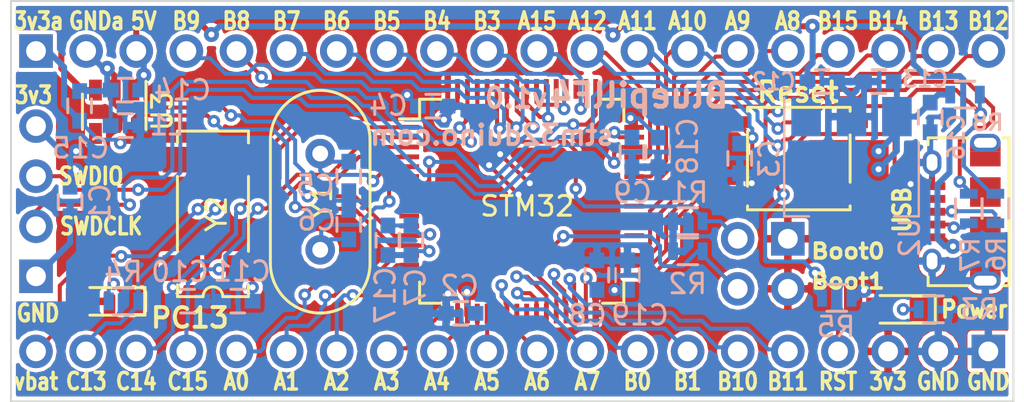
<source format=kicad_pcb>
(kicad_pcb (version 4) (host pcbnew 4.0.6)
  (layers (0 F.Cu signal) (31 B.Cu signal) (34 B.Paste user) (35 F.Paste user) (36 B.SilkS user) (37 F.SilkS user) (38 B.Mask user) (39 F.Mask user) (44 Edge.Cuts user))
  (net 0 "")
  (net 1 GND)
  (net 2 /VCC3V3)
  (net 3 /RESET)
  (net 4 /OSCIN)
  (net 5 /OSCOUT)
  (net 6 /VCAP1)
  (net 7 /VCAP2)
  (net 8 /PC14)
  (net 9 /PC15)
  (net 10 +5V)
  (net 11 /PC13)
  (net 12 /SWCLK)
  (net 13 /SWIO)
  (net 14 "Net-(J2-Pad2)")
  (net 15 "Net-(J2-Pad3)")
  (net 16 /PB11)
  (net 17 /PB10)
  (net 18 /PB1)
  (net 19 /PB0)
  (net 20 /PA7)
  (net 21 /PA6)
  (net 22 /PA5)
  (net 23 /PA4)
  (net 24 /PA3)
  (net 25 /PA2)
  (net 26 /PA1)
  (net 27 /PA0)
  (net 28 /VBAT)
  (net 29 /PB9)
  (net 30 /PB8)
  (net 31 /PB7)
  (net 32 /PB6)
  (net 33 /PB5)
  (net 34 /PB4)
  (net 35 /PB3)
  (net 36 /PA15)
  (net 37 /PA12)
  (net 38 /PA11)
  (net 39 /PA10)
  (net 40 /PA9)
  (net 41 /PA8)
  (net 42 /PB15)
  (net 43 /PB14)
  (net 44 /PB13)
  (net 45 /PB12)
  (net 46 /BOOT0)
  (net 47 /BOOT1)
  (net 48 "Net-(Y2-Pad2)")
  (net 49 "Net-(Y2-Pad3)")
  (net 50 "Net-(D1-Pad1)")
  (net 51 "Net-(D2-Pad1)")
  (net 52 GNDA)
  (net 53 /VCC3V3A)
  (net 54 "Net-(J4-Pad1)")
  (net 55 "Net-(J4-Pad3)")
  (net 56 "Net-(STM32-Pad8)")
  (net 57 "Net-(STM32-Pad9)")
  (net 58 "Net-(STM32-Pad10)")
  (net 59 "Net-(STM32-Pad11)")
  (net 60 "Net-(STM32-Pad24)")
  (net 61 "Net-(STM32-Pad25)")
  (net 62 "Net-(STM32-Pad37)")
  (net 63 "Net-(STM32-Pad38)")
  (net 64 "Net-(STM32-Pad39)")
  (net 65 "Net-(STM32-Pad40)")
  (net 66 "Net-(STM32-Pad51)")
  (net 67 "Net-(STM32-Pad52)")
  (net 68 "Net-(STM32-Pad53)")
  (net 69 "Net-(STM32-Pad54)")
  (net 70 "Net-(U3-Pad4)")
  (module Capacitors_SMD:C_0603 (layer B.Cu) (at 55.0806 16.7894 180)
    (fp_text reference C12 (at 2.4518 0 360) (layer B.SilkS) (effects (font (size 0.85 0.75)) (justify mirror)))
    (fp_text value 1µF)
    (pad 2 smd rect (at 0.75 0 180) (size 0.8 0.75) (layers B.Cu B.Paste B.Mask) (net 10 +5V))
    (pad 1 smd rect (at -0.75 0 180) (size 0.8 0.75) (layers B.Cu B.Paste B.Mask) (net 1 GND))
  )
  (module Resistors_SMD:R_0603 (layer B.Cu) (at 62.3182 17.4498 180)
    (fp_text reference R8 (at -1.1564 -1.4224 180) (layer B.SilkS) (effects (font (size 0.8 0.8)) (justify mirror)))
    (fp_text value 1k5)
    (pad 1 smd rect (at -0.75 0 180) (size 0.5 0.9) (layers B.Cu B.Paste B.Mask) (net 37 /PA12))
    (pad 2 smd rect (at 0.75 0 180) (size 0.5 0.9) (layers B.Cu B.Paste B.Mask) (net 2 /VCC3V3))
  )
  (module Pin_Headers:Pin_Header_Straight_1x20_Pitch2.54mm (layer F.Cu) (at 15.24 15.24 90)
    (fp_text reference J6 hide)
    (fp_text value CONN_01X20)
    (pad 1 thru_hole rect (at 0 0 90) (size 1.7 1.7) (drill 1) (layers *.Cu *.Mask) (net 53 /VCC3V3A))
    (pad 2 thru_hole oval (at 0 2.54 90) (size 1.7 1.7) (drill 1) (layers *.Cu *.Mask) (net 52 GNDA))
    (pad 3 thru_hole oval (at 0 5.08 90) (size 1.7 1.7) (drill 1) (layers *.Cu *.Mask) (net 10 +5V))
    (pad 4 thru_hole oval (at 0 7.62 90) (size 1.7 1.7) (drill 1) (layers *.Cu *.Mask) (net 29 /PB9))
    (pad 5 thru_hole oval (at 0 10.16 90) (size 1.7 1.7) (drill 1) (layers *.Cu *.Mask) (net 30 /PB8))
    (pad 6 thru_hole oval (at 0 12.7 90) (size 1.7 1.7) (drill 1) (layers *.Cu *.Mask) (net 31 /PB7))
    (pad 7 thru_hole oval (at 0 15.24 90) (size 1.7 1.7) (drill 1) (layers *.Cu *.Mask) (net 32 /PB6))
    (pad 8 thru_hole oval (at 0 17.78 90) (size 1.7 1.7) (drill 1) (layers *.Cu *.Mask) (net 33 /PB5))
    (pad 9 thru_hole oval (at 0 20.32 90) (size 1.7 1.7) (drill 1) (layers *.Cu *.Mask) (net 34 /PB4))
    (pad 10 thru_hole oval (at 0 22.86 90) (size 1.7 1.7) (drill 1) (layers *.Cu *.Mask) (net 35 /PB3))
    (pad 11 thru_hole oval (at 0 25.4 90) (size 1.7 1.7) (drill 1) (layers *.Cu *.Mask) (net 36 /PA15))
    (pad 12 thru_hole oval (at 0 27.94 90) (size 1.7 1.7) (drill 1) (layers *.Cu *.Mask) (net 37 /PA12))
    (pad 13 thru_hole oval (at 0 30.48 90) (size 1.7 1.7) (drill 1) (layers *.Cu *.Mask) (net 38 /PA11))
    (pad 14 thru_hole oval (at 0 33.02 90) (size 1.7 1.7) (drill 1) (layers *.Cu *.Mask) (net 39 /PA10))
    (pad 15 thru_hole oval (at 0 35.56 90) (size 1.7 1.7) (drill 1) (layers *.Cu *.Mask) (net 40 /PA9))
    (pad 16 thru_hole oval (at 0 38.1 90) (size 1.7 1.7) (drill 1) (layers *.Cu *.Mask) (net 41 /PA8))
    (pad 17 thru_hole oval (at 0 40.64 90) (size 1.7 1.7) (drill 1) (layers *.Cu *.Mask) (net 42 /PB15))
    (pad 18 thru_hole oval (at 0 43.18 90) (size 1.7 1.7) (drill 1) (layers *.Cu *.Mask) (net 43 /PB14))
    (pad 19 thru_hole oval (at 0 45.72 90) (size 1.7 1.7) (drill 1) (layers *.Cu *.Mask) (net 44 /PB13))
    (pad 20 thru_hole oval (at 0 48.26 90) (size 1.7 1.7) (drill 1) (layers *.Cu *.Mask) (net 45 /PB12))
  )
  (module Housings_QFP:LQFP-64_10x10mm_Pitch0.5mm (layer F.Cu) (at 39.8526 22.86)
    (fp_text reference STM32 (at 0.2794 0.254) (layer F.SilkS))
    (fp_text value STM32f405RGT6)
    (pad 1 smd rect (at -5.7 -3.75) (size 1 0.25) (layers F.Cu F.Paste F.Mask) (net 28 /VBAT))
    (pad 2 smd rect (at -5.7 -3.25) (size 1 0.25) (layers F.Cu F.Paste F.Mask) (net 11 /PC13))
    (pad 3 smd rect (at -5.7 -2.75) (size 1 0.25) (layers F.Cu F.Paste F.Mask) (net 8 /PC14))
    (pad 4 smd rect (at -5.7 -2.25) (size 1 0.25) (layers F.Cu F.Paste F.Mask) (net 9 /PC15))
    (pad 5 smd rect (at -5.7 -1.75) (size 1 0.25) (layers F.Cu F.Paste F.Mask) (net 4 /OSCIN))
    (pad 6 smd rect (at -5.7 -1.25) (size 1 0.25) (layers F.Cu F.Paste F.Mask) (net 5 /OSCOUT))
    (pad 7 smd rect (at -5.7 -0.75) (size 1 0.25) (layers F.Cu F.Paste F.Mask) (net 3 /RESET))
    (pad 8 smd rect (at -5.7 -0.25) (size 1 0.25) (layers F.Cu F.Paste F.Mask) (net 56 "Net-(STM32-Pad8)"))
    (pad 9 smd rect (at -5.7 0.25) (size 1 0.25) (layers F.Cu F.Paste F.Mask) (net 57 "Net-(STM32-Pad9)"))
    (pad 10 smd rect (at -5.7 0.75) (size 1 0.25) (layers F.Cu F.Paste F.Mask) (net 58 "Net-(STM32-Pad10)"))
    (pad 11 smd rect (at -5.7 1.25) (size 1 0.25) (layers F.Cu F.Paste F.Mask) (net 59 "Net-(STM32-Pad11)"))
    (pad 12 smd rect (at -5.7 1.75) (size 1 0.25) (layers F.Cu F.Paste F.Mask) (net 52 GNDA))
    (pad 13 smd rect (at -5.7 2.25) (size 1 0.25) (layers F.Cu F.Paste F.Mask) (net 53 /VCC3V3A))
    (pad 14 smd rect (at -5.7 2.75) (size 1 0.25) (layers F.Cu F.Paste F.Mask) (net 27 /PA0))
    (pad 15 smd rect (at -5.7 3.25) (size 1 0.25) (layers F.Cu F.Paste F.Mask) (net 26 /PA1))
    (pad 16 smd rect (at -5.7 3.75) (size 1 0.25) (layers F.Cu F.Paste F.Mask) (net 25 /PA2))
    (pad 17 smd rect (at -3.75 5.7 90) (size 1 0.25) (layers F.Cu F.Paste F.Mask) (net 24 /PA3))
    (pad 18 smd rect (at -3.25 5.7 90) (size 1 0.25) (layers F.Cu F.Paste F.Mask) (net 1 GND))
    (pad 19 smd rect (at -2.75 5.7 90) (size 1 0.25) (layers F.Cu F.Paste F.Mask) (net 2 /VCC3V3))
    (pad 20 smd rect (at -2.25 5.7 90) (size 1 0.25) (layers F.Cu F.Paste F.Mask) (net 23 /PA4))
    (pad 21 smd rect (at -1.75 5.7 90) (size 1 0.25) (layers F.Cu F.Paste F.Mask) (net 22 /PA5))
    (pad 22 smd rect (at -1.25 5.7 90) (size 1 0.25) (layers F.Cu F.Paste F.Mask) (net 21 /PA6))
    (pad 23 smd rect (at -0.75 5.7 90) (size 1 0.25) (layers F.Cu F.Paste F.Mask) (net 20 /PA7))
    (pad 24 smd rect (at -0.25 5.7 90) (size 1 0.25) (layers F.Cu F.Paste F.Mask) (net 60 "Net-(STM32-Pad24)"))
    (pad 25 smd rect (at 0.25 5.7 90) (size 1 0.25) (layers F.Cu F.Paste F.Mask) (net 61 "Net-(STM32-Pad25)"))
    (pad 26 smd rect (at 0.75 5.7 90) (size 1 0.25) (layers F.Cu F.Paste F.Mask) (net 19 /PB0))
    (pad 27 smd rect (at 1.25 5.7 90) (size 1 0.25) (layers F.Cu F.Paste F.Mask) (net 18 /PB1))
    (pad 28 smd rect (at 1.75 5.7 90) (size 1 0.25) (layers F.Cu F.Paste F.Mask) (net 47 /BOOT1))
    (pad 29 smd rect (at 2.25 5.7 90) (size 1 0.25) (layers F.Cu F.Paste F.Mask) (net 17 /PB10))
    (pad 30 smd rect (at 2.75 5.7 90) (size 1 0.25) (layers F.Cu F.Paste F.Mask) (net 16 /PB11))
    (pad 31 smd rect (at 3.25 5.7 90) (size 1 0.25) (layers F.Cu F.Paste F.Mask) (net 6 /VCAP1))
    (pad 32 smd rect (at 3.75 5.7 90) (size 1 0.25) (layers F.Cu F.Paste F.Mask) (net 2 /VCC3V3))
    (pad 33 smd rect (at 5.7 3.75) (size 1 0.25) (layers F.Cu F.Paste F.Mask) (net 45 /PB12))
    (pad 34 smd rect (at 5.7 3.25) (size 1 0.25) (layers F.Cu F.Paste F.Mask) (net 44 /PB13))
    (pad 35 smd rect (at 5.7 2.75) (size 1 0.25) (layers F.Cu F.Paste F.Mask) (net 43 /PB14))
    (pad 36 smd rect (at 5.7 2.25) (size 1 0.25) (layers F.Cu F.Paste F.Mask) (net 42 /PB15))
    (pad 37 smd rect (at 5.7 1.75) (size 1 0.25) (layers F.Cu F.Paste F.Mask) (net 62 "Net-(STM32-Pad37)"))
    (pad 38 smd rect (at 5.7 1.25) (size 1 0.25) (layers F.Cu F.Paste F.Mask) (net 63 "Net-(STM32-Pad38)"))
    (pad 39 smd rect (at 5.7 0.75) (size 1 0.25) (layers F.Cu F.Paste F.Mask) (net 64 "Net-(STM32-Pad39)"))
    (pad 40 smd rect (at 5.7 0.25) (size 1 0.25) (layers F.Cu F.Paste F.Mask) (net 65 "Net-(STM32-Pad40)"))
    (pad 41 smd rect (at 5.7 -0.25) (size 1 0.25) (layers F.Cu F.Paste F.Mask) (net 41 /PA8))
    (pad 42 smd rect (at 5.7 -0.75) (size 1 0.25) (layers F.Cu F.Paste F.Mask) (net 40 /PA9))
    (pad 43 smd rect (at 5.7 -1.25) (size 1 0.25) (layers F.Cu F.Paste F.Mask) (net 39 /PA10))
    (pad 44 smd rect (at 5.7 -1.75) (size 1 0.25) (layers F.Cu F.Paste F.Mask) (net 38 /PA11))
    (pad 45 smd rect (at 5.7 -2.25) (size 1 0.25) (layers F.Cu F.Paste F.Mask) (net 37 /PA12))
    (pad 46 smd rect (at 5.7 -2.75) (size 1 0.25) (layers F.Cu F.Paste F.Mask) (net 13 /SWIO))
    (pad 47 smd rect (at 5.7 -3.25) (size 1 0.25) (layers F.Cu F.Paste F.Mask) (net 7 /VCAP2))
    (pad 48 smd rect (at 5.7 -3.75) (size 1 0.25) (layers F.Cu F.Paste F.Mask) (net 2 /VCC3V3))
    (pad 49 smd rect (at 3.75 -5.7 90) (size 1 0.25) (layers F.Cu F.Paste F.Mask) (net 12 /SWCLK))
    (pad 50 smd rect (at 3.25 -5.7 90) (size 1 0.25) (layers F.Cu F.Paste F.Mask) (net 36 /PA15))
    (pad 51 smd rect (at 2.75 -5.7 90) (size 1 0.25) (layers F.Cu F.Paste F.Mask) (net 66 "Net-(STM32-Pad51)"))
    (pad 52 smd rect (at 2.25 -5.7 90) (size 1 0.25) (layers F.Cu F.Paste F.Mask) (net 67 "Net-(STM32-Pad52)"))
    (pad 53 smd rect (at 1.75 -5.7 90) (size 1 0.25) (layers F.Cu F.Paste F.Mask) (net 68 "Net-(STM32-Pad53)"))
    (pad 54 smd rect (at 1.25 -5.7 90) (size 1 0.25) (layers F.Cu F.Paste F.Mask) (net 69 "Net-(STM32-Pad54)"))
    (pad 55 smd rect (at 0.75 -5.7 90) (size 1 0.25) (layers F.Cu F.Paste F.Mask) (net 35 /PB3))
    (pad 56 smd rect (at 0.25 -5.7 90) (size 1 0.25) (layers F.Cu F.Paste F.Mask) (net 34 /PB4))
    (pad 57 smd rect (at -0.25 -5.7 90) (size 1 0.25) (layers F.Cu F.Paste F.Mask) (net 33 /PB5))
    (pad 58 smd rect (at -0.75 -5.7 90) (size 1 0.25) (layers F.Cu F.Paste F.Mask) (net 32 /PB6))
    (pad 59 smd rect (at -1.25 -5.7 90) (size 1 0.25) (layers F.Cu F.Paste F.Mask) (net 31 /PB7))
    (pad 60 smd rect (at -1.75 -5.7 90) (size 1 0.25) (layers F.Cu F.Paste F.Mask) (net 46 /BOOT0))
    (pad 61 smd rect (at -2.25 -5.7 90) (size 1 0.25) (layers F.Cu F.Paste F.Mask) (net 30 /PB8))
    (pad 62 smd rect (at -2.75 -5.7 90) (size 1 0.25) (layers F.Cu F.Paste F.Mask) (net 29 /PB9))
    (pad 63 smd rect (at -3.25 -5.7 90) (size 1 0.25) (layers F.Cu F.Paste F.Mask) (net 1 GND))
    (pad 64 smd rect (at -3.75 -5.7 90) (size 1 0.25) (layers F.Cu F.Paste F.Mask) (net 2 /VCC3V3))
  )
  (module Capacitors_SMD:C_0603 (layer B.Cu) (at 43.6626 26.6058 90)
    (fp_text reference C8 (at -2.0327 -0.4826 180) (layer B.SilkS) (effects (justify mirror)))
    (fp_text value 2.2µF)
    (pad 2 smd rect (at 0.75 0 90) (size 0.8 0.75) (layers B.Cu B.Paste B.Mask) (net 1 GND))
    (pad 1 smd rect (at -0.75 0 90) (size 0.8 0.75) (layers B.Cu B.Paste B.Mask) (net 6 /VCAP1))
  )
  (module "Libs:USB_Micro 10118194-0001LF" (layer F.Cu) (at 63.3476 23.3934 90)
    (fp_text reference J2 hide)
    (fp_text value USB_OTG)
    (pad 3 smd rect (at 0 -2.7 90) (size 0.4 1.35) (layers F.Cu F.Paste F.Mask) (net 15 "Net-(J2-Pad3)"))
    (pad 4 smd rect (at 0.65 -2.7 90) (size 0.4 1.35) (layers F.Cu F.Paste F.Mask) (net 39 /PA10))
    (pad 5 smd rect (at 1.3 -2.7 90) (size 0.4 1.35) (layers F.Cu F.Paste F.Mask) (net 1 GND))
    (pad 2 smd rect (at -0.65 -2.7 90) (size 0.4 1.35) (layers F.Cu F.Paste F.Mask) (net 14 "Net-(J2-Pad2)"))
    (pad 1 smd rect (at -1.3 -2.7 90) (size 0.4 1.35) (layers F.Cu F.Paste F.Mask) (net 10 +5V))
    (pad 6 thru_hole oval (at -2.5 -2.7 90) (size 1.25 0.95) (drill oval 0.85 0.55) (layers *.Cu *.Mask) (net 1 GND))
    (pad 6 thru_hole oval (at 2.5 -2.7 90) (size 1.25 0.95) (drill oval 0.85 0.55) (layers *.Cu *.Mask) (net 1 GND))
    (pad 6 thru_hole oval (at -3.5 0 90) (size 0.9 1.55) (drill oval 0.5 1.15) (layers *.Cu *.Mask) (net 1 GND))
    (pad 7 thru_hole oval (at 3.5 0 90) (size 0.9 1.55) (drill oval 0.5 1.15) (layers *.Cu *.Mask))
    (pad 6 smd rect (at -2.675 0 90) (size 0.75 1.55) (layers F.Cu F.Paste F.Mask) (net 1 GND))
    (pad 6 smd rect (at -3.275 -0.675 90) (size 0.45 0.2) (layers F.Cu F.Paste F.Mask) (net 1 GND))
    (pad 6 smd rect (at -3.15 -0.45 90) (size 0.2 0.25) (layers F.Cu F.Paste F.Mask) (net 1 GND))
    (pad 6 smd rect (at -3.15 0.45 90) (size 0.2 0.25) (layers F.Cu F.Paste F.Mask) (net 1 GND))
    (pad 6 smd rect (at -3.275 0.675 90) (size 0.45 0.2) (layers F.Cu F.Paste F.Mask) (net 1 GND))
    (pad 7 smd rect (at 3.275 -0.675 90) (size 0.45 0.2) (layers F.Cu F.Paste F.Mask))
    (pad 7 smd rect (at 3.15 -0.45 90) (size 0.2 0.25) (layers F.Cu F.Paste F.Mask))
    (pad 7 smd rect (at 3.15 0.45 90) (size 0.2 0.25) (layers F.Cu F.Paste F.Mask))
    (pad 7 smd rect (at 3.275 0.675 90) (size 0.45 0.2) (layers F.Cu F.Paste F.Mask))
    (pad 7 smd rect (at 1 0 90) (size 1.5 1.55) (layers F.Cu F.Paste F.Mask))
    (pad 7 smd rect (at -1 0 90) (size 1.5 1.55) (layers F.Cu F.Paste F.Mask))
    (pad 7 smd rect (at 2.675 0 90) (size 0.75 1.55) (layers F.Cu F.Paste F.Mask))
  )
  (module Resistors_SMD:R_0603 (layer B.Cu) (at 63.8556 23.229 270)
    (fp_text reference R6 (at 2.3248 -0.0508 270) (layer B.SilkS) (effects (font (size 0.9 0.9)) (justify mirror)))
    (fp_text value 22)
    (pad 1 smd rect (at -0.75 0 270) (size 0.5 0.9) (layers B.Cu B.Paste B.Mask) (net 37 /PA12))
    (pad 2 smd rect (at 0.75 0 270) (size 0.5 0.9) (layers B.Cu B.Paste B.Mask) (net 15 "Net-(J2-Pad3)"))
  )
  (module Resistors_SMD:R_0603 (layer B.Cu) (at 60.718 28.3464 180)
    (fp_text reference R3 (at -2.3248 0 180) (layer B.SilkS) (effects (justify mirror)))
    (fp_text value 510)
    (pad 1 smd rect (at -0.75 0 180) (size 0.5 0.9) (layers B.Cu B.Paste B.Mask) (net 1 GND))
    (pad 2 smd rect (at 0.75 0 180) (size 0.5 0.9) (layers B.Cu B.Paste B.Mask) (net 50 "Net-(D1-Pad1)"))
  )
  (module Crystals:Crystal_HC49-U_Vertical (layer F.Cu) (at 29.6418 20.4438 270)
    (fp_text reference Y1 (at 2.44 -0.0762 270) (layer F.SilkS))
    (fp_text value 8Mhz)
    (pad 1 thru_hole circle (at 0 0 270) (size 1.5 1.5) (drill 0.8) (layers *.Cu *.Mask) (net 4 /OSCIN))
    (pad 2 thru_hole circle (at 4.88 0 270) (size 1.5 1.5) (drill 0.8) (layers *.Cu *.Mask) (net 5 /OSCOUT))
  )
  (module TO_SOT_Packages_SMD:SOT-23-5 (layer F.Cu) (at 19.2024 18.3212 270)
    (fp_text reference U3 (at -0.0332 -2.4384 450) (layer F.SilkS))
    (fp_text value AP2112K-3.3TRG1)
    (pad 1 smd rect (at -1.1 -0.95 270) (size 1.06 0.65) (layers F.Cu F.Paste F.Mask) (net 10 +5V))
    (pad 2 smd rect (at -1.1 0 270) (size 1.06 0.65) (layers F.Cu F.Paste F.Mask) (net 52 GNDA))
    (pad 3 smd rect (at -1.1 0.95 270) (size 1.06 0.65) (layers F.Cu F.Paste F.Mask) (net 10 +5V))
    (pad 4 smd rect (at 1.1 0.95 270) (size 1.06 0.65) (layers F.Cu F.Paste F.Mask) (net 70 "Net-(U3-Pad4)"))
    (pad 5 smd rect (at 1.1 -0.95 270) (size 1.06 0.65) (layers F.Cu F.Paste F.Mask) (net 53 /VCC3V3A))
  )
  (module Pin_Headers:Pin_Header_Straight_2x02_Pitch2.54mm (layer F.Cu) (at 53.34 24.765 270)
    (fp_text reference J3 hide)
    (fp_text value CONN_02X02)
    (pad 1 thru_hole rect (at 0 0 270) (size 1.7 1.7) (drill 1) (layers *.Cu *.Mask) (net 2 /VCC3V3))
    (pad 2 thru_hole oval (at 2.54 0 270) (size 1.7 1.7) (drill 1) (layers *.Cu *.Mask) (net 2 /VCC3V3))
    (pad 3 thru_hole oval (at 0 2.54 270) (size 1.7 1.7) (drill 1) (layers *.Cu *.Mask) (net 46 /BOOT0))
    (pad 4 thru_hole oval (at 2.54 2.54 270) (size 1.7 1.7) (drill 1) (layers *.Cu *.Mask) (net 47 /BOOT1))
  )
  (module Resistors_SMD:R_0603 (layer B.Cu) (at 55.8172 27.7622 180)
    (fp_text reference R5 (at 0.0388 -1.4732 180) (layer B.SilkS) (effects (justify mirror)))
    (fp_text value 10K)
    (pad 1 smd rect (at -0.75 0 180) (size 0.5 0.9) (layers B.Cu B.Paste B.Mask) (net 2 /VCC3V3))
    (pad 2 smd rect (at 0.75 0 180) (size 0.5 0.9) (layers B.Cu B.Paste B.Mask) (net 3 /RESET))
  )
  (module Libs:RS-187R05 (layer F.Cu) (at 53.896 20.6968 180)
    (fp_text reference J4 hide)
    (fp_text value CONN_02X02)
    (pad 1 smd rect (at -3 1.85 180) (size 1 0.6) (layers F.Cu F.Paste F.Mask) (net 54 "Net-(J4-Pad1)"))
    (pad 4 smd rect (at 3 -1.85 180) (size 1 0.6) (layers F.Cu F.Paste F.Mask) (net 1 GND))
    (pad 3 smd rect (at -3 -1.85 180) (size 1 0.6) (layers F.Cu F.Paste F.Mask) (net 55 "Net-(J4-Pad3)"))
    (pad 2 smd rect (at 3 1.85 180) (size 1 0.6) (layers F.Cu F.Paste F.Mask) (net 3 /RESET))
  )
  (module Resistors_SMD:R_0603 (layer B.Cu) (at 48.272 23.876 180)
    (fp_text reference R1 (at -0.0515 1.4605 180) (layer B.SilkS) (effects (justify mirror)))
    (fp_text value 100K)
    (pad 1 smd rect (at -0.75 0 180) (size 0.5 0.9) (layers B.Cu B.Paste B.Mask) (net 46 /BOOT0))
    (pad 2 smd rect (at 0.75 0 180) (size 0.5 0.9) (layers B.Cu B.Paste B.Mask) (net 1 GND))
  )
  (module Resistors_SMD:R_0603 (layer B.Cu) (at 62.5094 23.229 270)
    (fp_text reference R7 (at 2.3488 -0.0762 270) (layer B.SilkS) (effects (font (size 0.9 0.9)) (justify mirror)))
    (fp_text value 22)
    (pad 1 smd rect (at -0.75 0 270) (size 0.5 0.9) (layers B.Cu B.Paste B.Mask) (net 38 /PA11))
    (pad 2 smd rect (at 0.75 0 270) (size 0.5 0.9) (layers B.Cu B.Paste B.Mask) (net 14 "Net-(J2-Pad2)"))
  )
  (module LEDs:LED_0805 (layer F.Cu) (at 18.966 27.94 180)
    (fp_text reference D2 hide)
    (fp_text value LED)
    (pad 2 smd rect (at 1.1 0) (size 1.2 1.2) (layers F.Cu F.Paste F.Mask) (net 2 /VCC3V3))
    (pad 1 smd rect (at -1.1 0) (size 1.2 1.2) (layers F.Cu F.Paste F.Mask) (net 51 "Net-(D2-Pad1)"))
  )
  (module Pin_Headers:Pin_Header_Straight_1x04_Pitch2.54mm (layer F.Cu) (at 15.24 26.67 180)
    (fp_text reference J1 hide)
    (fp_text value CONN_01X04)
    (pad 1 thru_hole rect (at 0 0 180) (size 1.7 1.7) (drill 1) (layers *.Cu *.Mask) (net 1 GND))
    (pad 2 thru_hole oval (at 0 2.54 180) (size 1.7 1.7) (drill 1) (layers *.Cu *.Mask) (net 12 /SWCLK))
    (pad 3 thru_hole oval (at 0 5.08 180) (size 1.7 1.7) (drill 1) (layers *.Cu *.Mask) (net 13 /SWIO))
    (pad 4 thru_hole oval (at 0 7.62 180) (size 1.7 1.7) (drill 1) (layers *.Cu *.Mask) (net 2 /VCC3V3))
  )
  (module Pin_Headers:Pin_Header_Straight_1x20_Pitch2.54mm (layer F.Cu) (at 63.5 30.48 270)
    (fp_text reference J5 hide)
    (fp_text value CONN_01X20)
    (pad 1 thru_hole rect (at 0 0 270) (size 1.7 1.7) (drill 1) (layers *.Cu *.Mask) (net 1 GND))
    (pad 2 thru_hole oval (at 0 2.54 270) (size 1.7 1.7) (drill 1) (layers *.Cu *.Mask) (net 1 GND))
    (pad 3 thru_hole oval (at 0 5.08 270) (size 1.7 1.7) (drill 1) (layers *.Cu *.Mask) (net 2 /VCC3V3))
    (pad 4 thru_hole oval (at 0 7.62 270) (size 1.7 1.7) (drill 1) (layers *.Cu *.Mask) (net 3 /RESET))
    (pad 5 thru_hole oval (at 0 10.16 270) (size 1.7 1.7) (drill 1) (layers *.Cu *.Mask) (net 16 /PB11))
    (pad 6 thru_hole oval (at 0 12.7 270) (size 1.7 1.7) (drill 1) (layers *.Cu *.Mask) (net 17 /PB10))
    (pad 7 thru_hole oval (at 0 15.24 270) (size 1.7 1.7) (drill 1) (layers *.Cu *.Mask) (net 18 /PB1))
    (pad 8 thru_hole oval (at 0 17.78 270) (size 1.7 1.7) (drill 1) (layers *.Cu *.Mask) (net 19 /PB0))
    (pad 9 thru_hole oval (at 0 20.32 270) (size 1.7 1.7) (drill 1) (layers *.Cu *.Mask) (net 20 /PA7))
    (pad 10 thru_hole oval (at 0 22.86 270) (size 1.7 1.7) (drill 1) (layers *.Cu *.Mask) (net 21 /PA6))
    (pad 11 thru_hole oval (at 0 25.4 270) (size 1.7 1.7) (drill 1) (layers *.Cu *.Mask) (net 22 /PA5))
    (pad 12 thru_hole oval (at 0 27.94 270) (size 1.7 1.7) (drill 1) (layers *.Cu *.Mask) (net 23 /PA4))
    (pad 13 thru_hole oval (at 0 30.48 270) (size 1.7 1.7) (drill 1) (layers *.Cu *.Mask) (net 24 /PA3))
    (pad 14 thru_hole oval (at 0 33.02 270) (size 1.7 1.7) (drill 1) (layers *.Cu *.Mask) (net 25 /PA2))
    (pad 15 thru_hole oval (at 0 35.56 270) (size 1.7 1.7) (drill 1) (layers *.Cu *.Mask) (net 26 /PA1))
    (pad 16 thru_hole oval (at 0 38.1 270) (size 1.7 1.7) (drill 1) (layers *.Cu *.Mask) (net 27 /PA0))
    (pad 17 thru_hole oval (at 0 40.64 270) (size 1.7 1.7) (drill 1) (layers *.Cu *.Mask) (net 9 /PC15))
    (pad 18 thru_hole oval (at 0 43.18 270) (size 1.7 1.7) (drill 1) (layers *.Cu *.Mask) (net 8 /PC14))
    (pad 19 thru_hole oval (at 0 45.72 270) (size 1.7 1.7) (drill 1) (layers *.Cu *.Mask) (net 11 /PC13))
    (pad 20 thru_hole oval (at 0 48.26 270) (size 1.7 1.7) (drill 1) (layers *.Cu *.Mask) (net 28 /VBAT))
  )
  (module Capacitors_SMD:C_0603 (layer B.Cu) (at 25.4642 27.92984 180)
    (fp_text reference C11 (at -0.2152 1.51384 180) (layer B.SilkS) (effects (justify mirror)))
    (fp_text value 6.8pF)
    (pad 2 smd rect (at 0.75 0 180) (size 0.8 0.75) (layers B.Cu B.Paste B.Mask) (net 1 GND))
    (pad 1 smd rect (at -0.75 0 180) (size 0.8 0.75) (layers B.Cu B.Paste B.Mask) (net 9 /PC15))
  )
  (module Capacitors_SMD:C_0603 (layer B.Cu) (at 31.0896 24.0418 90)
    (fp_text reference C6 (at 0.2166 -1.6256 180) (layer B.SilkS) (effects (justify mirror)))
    (fp_text value 20pF)
    (pad 2 smd rect (at 0.75 0 90) (size 0.8 0.75) (layers B.Cu B.Paste B.Mask) (net 1 GND))
    (pad 1 smd rect (at -0.75 0 90) (size 0.8 0.75) (layers B.Cu B.Paste B.Mask) (net 5 /OSCOUT))
  )
  (module Capacitors_SMD:C_0603 (layer B.Cu) (at 31.0896 21.6034 270)
    (fp_text reference C5 (at 0.4692 1.7018 360) (layer B.SilkS) (effects (justify mirror)))
    (fp_text value 20pF)
    (pad 2 smd rect (at 0.75 0 270) (size 0.8 0.75) (layers B.Cu B.Paste B.Mask) (net 1 GND))
    (pad 1 smd rect (at -0.75 0 270) (size 0.8 0.75) (layers B.Cu B.Paste B.Mask) (net 4 /OSCIN))
  )
  (module Resistors_SMD:R_0603 (layer B.Cu) (at 19.673 27.94 180)
    (fp_text reference R4 (at 0.0134 1.4986 180) (layer B.SilkS) (effects (justify mirror)))
    (fp_text value 510)
    (pad 1 smd rect (at -0.75 0 180) (size 0.5 0.9) (layers B.Cu B.Paste B.Mask) (net 11 /PC13))
    (pad 2 smd rect (at 0.75 0 180) (size 0.5 0.9) (layers B.Cu B.Paste B.Mask) (net 51 "Net-(D2-Pad1)"))
  )
  (module LEDs:LED_0805 (layer F.Cu) (at 59.012 28.3464 180)
    (fp_text reference D1 hide)
    (fp_text value LED)
    (pad 2 smd rect (at 1.1 0) (size 1.2 1.2) (layers F.Cu F.Paste F.Mask) (net 2 /VCC3V3))
    (pad 1 smd rect (at -1.1 0) (size 1.2 1.2) (layers F.Cu F.Paste F.Mask) (net 50 "Net-(D1-Pad1)"))
  )
  (module Capacitors_SMD:C_0603 (layer B.Cu) (at 16.9672 22.8734 270)
    (fp_text reference C1 (at 0.0628 -1.524 270) (layer B.SilkS) (effects (justify mirror)))
    (fp_text value 0.1µF)
    (pad 2 smd rect (at 0.75 0 270) (size 0.8 0.75) (layers B.Cu B.Paste B.Mask) (net 1 GND))
    (pad 1 smd rect (at -0.75 0 270) (size 0.8 0.75) (layers B.Cu B.Paste B.Mask) (net 2 /VCC3V3))
  )
  (module Capacitors_SMD:C_0603 (layer B.Cu) (at 36.7658 28.5496)
    (fp_text reference C2 (at -0.0628 -1.397) (layer B.SilkS) (effects (justify mirror)))
    (fp_text value 0.1µF)
    (pad 2 smd rect (at 0.75 0) (size 0.8 0.75) (layers B.Cu B.Paste B.Mask) (net 2 /VCC3V3))
    (pad 1 smd rect (at -0.75 0) (size 0.8 0.75) (layers B.Cu B.Paste B.Mask) (net 1 GND))
  )
  (module Capacitors_SMD:C_0603 (layer B.Cu) (at 50.9016 20.689 270)
    (fp_text reference C3 (at 0.012 -1.4986 270) (layer B.SilkS) (effects (justify mirror)))
    (fp_text value 0.1µF)
    (pad 2 smd rect (at 0.75 0 270) (size 0.8 0.75) (layers B.Cu B.Paste B.Mask) (net 1 GND))
    (pad 1 smd rect (at -0.75 0 270) (size 0.8 0.75) (layers B.Cu B.Paste B.Mask) (net 3 /RESET))
  )
  (module Capacitors_SMD:C_0603 (layer B.Cu) (at 35.3434 18.034 180)
    (fp_text reference C4 (at 2.2472 0.0254 180) (layer B.SilkS) (effects (justify mirror)))
    (fp_text value 0.1µF)
    (pad 2 smd rect (at 0.75 0 180) (size 0.8 0.75) (layers B.Cu B.Paste B.Mask) (net 2 /VCC3V3))
    (pad 1 smd rect (at -0.75 0 180) (size 0.8 0.75) (layers B.Cu B.Paste B.Mask) (net 1 GND))
  )
  (module Capacitors_SMD:C_0603 (layer B.Cu) (at 34.2392 24.8278 270)
    (fp_text reference C7 (at 2.401 -0.2286 270) (layer B.SilkS) (effects (justify mirror)))
    (fp_text value 0.1µF)
    (pad 2 smd rect (at 0.75 0 270) (size 0.8 0.75) (layers B.Cu B.Paste B.Mask) (net 53 /VCC3V3A))
    (pad 1 smd rect (at -0.75 0 270) (size 0.8 0.75) (layers B.Cu B.Paste B.Mask) (net 52 GNDA))
  )
  (module Capacitors_SMD:C_0603 (layer B.Cu) (at 45.4406 20.3828 270)
    (fp_text reference C9 (at 2.0454 -0.0254 360) (layer B.SilkS) (effects (justify mirror)))
    (fp_text value 2.2µF)
    (pad 2 smd rect (at 0.75 0 270) (size 0.8 0.75) (layers B.Cu B.Paste B.Mask) (net 1 GND))
    (pad 1 smd rect (at -0.75 0 270) (size 0.8 0.75) (layers B.Cu B.Paste B.Mask) (net 7 /VCAP2))
  )
  (module Capacitors_SMD:C_0603 (layer B.Cu) (at 22.9242 27.92984)
    (fp_text reference C10 (at -0.3944 -1.48844) (layer B.SilkS) (effects (justify mirror)))
    (fp_text value 6.8pF)
    (pad 2 smd rect (at 0.75 0) (size 0.8 0.75) (layers B.Cu B.Paste B.Mask) (net 1 GND))
    (pad 1 smd rect (at -0.75 0) (size 0.8 0.75) (layers B.Cu B.Paste B.Mask) (net 8 /PC14))
  )
  (module Resistors_SMD:R_0603 (layer B.Cu) (at 48.272 25.4)
    (fp_text reference R2 (at -0.012 1.651) (layer B.SilkS) (effects (justify mirror)))
    (fp_text value 100K)
    (pad 1 smd rect (at -0.75 0) (size 0.5 0.9) (layers B.Cu B.Paste B.Mask) (net 1 GND))
    (pad 2 smd rect (at 0.75 0) (size 0.5 0.9) (layers B.Cu B.Paste B.Mask) (net 47 /BOOT1))
  )
  (module Crystals:Crystal_SMD_SeikoEpson_MC306-4pin_8.0x3.2mm (layer F.Cu) (at 24.206 23.5018 90)
    (fp_text reference Y2 (at 0 0.178 90) (layer F.SilkS))
    (fp_text value 32.768K)
    (pad 1 smd rect (at -2.75 1.6 90) (size 1.3 1.9) (layers F.Cu F.Paste F.Mask) (net 9 /PC15))
    (pad 2 smd rect (at 2.75 1.6 90) (size 1.3 1.9) (layers F.Cu F.Paste F.Mask) (net 48 "Net-(Y2-Pad2)"))
    (pad 3 smd rect (at 2.75 -1.6 90) (size 1.3 1.9) (layers F.Cu F.Paste F.Mask) (net 49 "Net-(Y2-Pad3)"))
    (pad 4 smd rect (at -2.75 -1.6 90) (size 1.3 1.9) (layers F.Cu F.Paste F.Mask) (net 8 /PC14))
  )
  (module Capacitors_SMD:C_0603 (layer B.Cu) (at 57.9508 16.7894 180)
    (fp_text reference C13 (at -2.3488 0.127 180) (layer B.SilkS) (effects (font (size 0.8 0.8)) (justify mirror)))
    (fp_text value 1µF)
    (pad 2 smd rect (at 0.75 0 180) (size 0.8 0.75) (layers B.Cu B.Paste B.Mask) (net 1 GND))
    (pad 1 smd rect (at -0.75 0 180) (size 0.8 0.75) (layers B.Cu B.Paste B.Mask) (net 2 /VCC3V3))
  )
  (module Capacitors_SMD:C_0603 (layer B.Cu) (at 19.7732 17.2212 180)
    (fp_text reference C14 (at -2.8836 0 180) (layer B.SilkS) (effects (justify mirror)))
    (fp_text value 1µF)
    (pad 2 smd rect (at 0.75 0 180) (size 0.8 0.75) (layers B.Cu B.Paste B.Mask) (net 52 GNDA))
    (pad 1 smd rect (at -0.75 0 180) (size 0.8 0.75) (layers B.Cu B.Paste B.Mask) (net 10 +5V))
  )
  (module Capacitors_SMD:C_0603 (layer B.Cu) (at 17.4498 18.022 90)
    (fp_text reference C15 (at -2.1456 0.0508 180) (layer B.SilkS) (effects (justify mirror)))
    (fp_text value 1µF)
    (pad 2 smd rect (at 0.75 0 90) (size 0.8 0.75) (layers B.Cu B.Paste B.Mask) (net 52 GNDA))
    (pad 1 smd rect (at -0.75 0 90) (size 0.8 0.75) (layers B.Cu B.Paste B.Mask) (net 53 /VCC3V3A))
  )
  (module Capacitors_SMD:C_0603 (layer B.Cu) (at 19.7732 19.0246)
    (fp_text reference L1 (at 2.0962 -0.0254) (layer B.SilkS) (effects (justify mirror)))
    (fp_text value Ferrite_Bead)
    (pad 2 smd rect (at 0.75 0) (size 0.8 0.75) (layers B.Cu B.Paste B.Mask) (net 1 GND))
    (pad 1 smd rect (at -0.75 0) (size 0.8 0.75) (layers B.Cu B.Paste B.Mask) (net 52 GNDA))
  )
  (module Capacitors_SMD:C_0603 (layer B.Cu) (at 60.5536 18.6062 90)
    (fp_text reference C16 (at -1.0026 1.3208 270) (layer B.SilkS) (effects (font (size 0.8 0.8)) (justify mirror)))
    (fp_text value 10µF)
    (pad 2 smd rect (at 0.75 0 90) (size 0.8 0.75) (layers B.Cu B.Paste B.Mask) (net 2 /VCC3V3))
    (pad 1 smd rect (at -0.75 0 90) (size 0.8 0.75) (layers B.Cu B.Paste B.Mask) (net 1 GND))
  )
  (module Capacitors_SMD:C_0603 (layer B.Cu) (at 33.0708 24.8412 270)
    (fp_text reference C17 (at 2.794 0.127 270) (layer B.SilkS) (effects (justify mirror)))
    (fp_text value 10µF)
    (pad 2 smd rect (at 0.75 0 270) (size 0.8 0.75) (layers B.Cu B.Paste B.Mask) (net 53 /VCC3V3A))
    (pad 1 smd rect (at -0.75 0 270) (size 0.8 0.75) (layers B.Cu B.Paste B.Mask) (net 52 GNDA))
  )
  (module Capacitors_SMD:C_0603 (layer B.Cu) (at 46.7614 20.3842 90)
    (fp_text reference C18 (at 0.3182 1.4986 90) (layer B.SilkS) (effects (justify mirror)))
    (fp_text value 0.1µF)
    (pad 2 smd rect (at 0.75 0 90) (size 0.8 0.75) (layers B.Cu B.Paste B.Mask) (net 2 /VCC3V3))
    (pad 1 smd rect (at -0.75 0 90) (size 0.8 0.75) (layers B.Cu B.Paste B.Mask) (net 1 GND))
  )
  (module Capacitors_SMD:C_0603 (layer B.Cu) (at 45.212 26.6072 270)
    (fp_text reference C19 (at 2.0313 -0.635 360) (layer B.SilkS) (effects (justify mirror)))
    (fp_text value 0.1µF)
    (pad 2 smd rect (at 0.75 0 270) (size 0.8 0.75) (layers B.Cu B.Paste B.Mask) (net 2 /VCC3V3))
    (pad 1 smd rect (at -0.75 0 270) (size 0.8 0.75) (layers B.Cu B.Paste B.Mask) (net 1 GND))
  )
  (module TO_SOT_Packages_SMD:SOT-223 (layer B.Cu) (at 56.5658 21.7166 270)
    (fp_text reference U2 (at 2.9976 -2.9464 270) (layer B.SilkS) (effects (justify mirror)))
    (fp_text value AP2114A)
    (pad 4 smd rect (at 3.15 0 270) (size 2 3.8) (layers B.Cu B.Paste B.Mask) (net 1 GND))
    (pad 2 smd rect (at -3.15 0 270) (size 2 1.5) (layers B.Cu B.Paste B.Mask) (net 1 GND))
    (pad 3 smd rect (at -3.15 -2.3 270) (size 2 1.5) (layers B.Cu B.Paste B.Mask) (net 2 /VCC3V3))
    (pad 1 smd rect (at -3.15 2.3 270) (size 2 1.5) (layers B.Cu B.Paste B.Mask) (net 10 +5V))
  )
  (gr_text Reset (at 53.848 17.3228) (layer F.SilkS) (effects (font (size 1 1) (thickness 0.2))))
  (gr_text USB (at 59.1312 23.2918 90) (layer F.SilkS) (effects (font (size 0.85 0.75) (thickness 0.1875))))
  (gr_text stm32duino.com (at 38.3286 19.5072) (layer B.SilkS) (effects (font (size 1 1) (thickness 0.2)) (justify mirror)))
  (gr_text v1.0 (at 39.5732 17.6276) (layer B.SilkS) (effects (font (size 1 1) (thickness 0.2)) (justify mirror)))
  (gr_text BluepillF4 (at 45.7962 17.5006) (layer B.SilkS) (effects (font (size 1.2 1.2) (thickness 0.25)) (justify mirror)))
  (gr_text 3v3 (at 15.113 17.4752) (layer F.SilkS) (effects (font (size 0.85 0.7) (thickness 0.175))))
  (gr_text SWDIO (at 18.034 21.59) (layer F.SilkS) (effects (font (size 0.85 0.7) (thickness 0.175))))
  (gr_text "SWDCLK\n" (at 18.542 24.13) (layer F.SilkS) (effects (font (size 0.85 0.7) (thickness 0.175))))
  (gr_text GND (at 15.3416 28.5496) (layer F.SilkS) (effects (font (size 0.85 0.7) (thickness 0.175))))
  (gr_text PC13 (at 23.0378 28.7782) (layer F.SilkS) (effects (font (size 1 1) (thickness 0.2))))
  (gr_text Power (at 62.7888 28.3464) (layer F.SilkS) (effects (font (size 0.85 0.75) (thickness 0.1875))))
  (gr_text Boot1 (at 56.388 26.924) (layer F.SilkS) (effects (font (size 0.75 0.85) (thickness 0.1875))))
  (gr_text Boot0 (at 56.388 25.4) (layer F.SilkS) (effects (font (size 0.75 0.85) (thickness 0.1875))))
  (gr_text B12 (at 63.5 13.716) (layer F.SilkS) (effects (font (size 0.85 0.7) (thickness 0.175))))
  (gr_text B13 (at 60.96 13.716) (layer F.SilkS) (effects (font (size 0.85 0.7) (thickness 0.175))))
  (gr_text B14 (at 58.42 13.716) (layer F.SilkS) (effects (font (size 0.85 0.7) (thickness 0.175))))
  (gr_text B15 (at 55.88 13.716) (layer F.SilkS) (effects (font (size 0.85 0.7) (thickness 0.175))))
  (gr_text A8 (at 53.34 13.716) (layer F.SilkS) (effects (font (size 0.85 0.7) (thickness 0.175))))
  (gr_text A9 (at 50.8 13.716) (layer F.SilkS) (effects (font (size 0.85 0.7) (thickness 0.175))))
  (gr_text A10 (at 48.26 13.716) (layer F.SilkS) (effects (font (size 0.85 0.7) (thickness 0.175))))
  (gr_text A11 (at 45.72 13.716) (layer F.SilkS) (effects (font (size 0.85 0.7) (thickness 0.175))))
  (gr_text A12 (at 43.18 13.716) (layer F.SilkS) (effects (font (size 0.85 0.7) (thickness 0.175))))
  (gr_text A15 (at 40.64 13.716) (layer F.SilkS) (effects (font (size 0.85 0.7) (thickness 0.175))))
  (gr_text B3 (at 38.1 13.716) (layer F.SilkS) (effects (font (size 0.85 0.7) (thickness 0.175))))
  (gr_text B4 (at 35.56 13.716) (layer F.SilkS) (effects (font (size 0.85 0.7) (thickness 0.175))))
  (gr_text B5 (at 33.02 13.716) (layer F.SilkS) (effects (font (size 0.85 0.7) (thickness 0.175))))
  (gr_text B6 (at 30.48 13.716) (layer F.SilkS) (effects (font (size 0.85 0.7) (thickness 0.175))))
  (gr_text B7 (at 27.94 13.716) (layer F.SilkS) (effects (font (size 0.85 0.7) (thickness 0.175))))
  (gr_text B8 (at 25.4 13.716) (layer F.SilkS) (effects (font (size 0.85 0.7) (thickness 0.175))))
  (gr_text B9 (at 22.86 13.716) (layer F.SilkS) (effects (font (size 0.85 0.7) (thickness 0.175))))
  (gr_text 5V (at 20.701 13.716) (layer F.SilkS) (effects (font (size 0.85 0.7) (thickness 0.175))))
  (gr_text GNDa (at 18.3134 13.716) (layer F.SilkS) (effects (font (size 0.85 0.7) (thickness 0.175))))
  (gr_text 3v3a (at 15.367 13.716) (layer F.SilkS) (effects (font (size 0.85 0.7) (thickness 0.175))))
  (gr_text GND (at 63.5 32.004) (layer F.SilkS) (effects (font (size 0.85 0.7) (thickness 0.175))))
  (gr_text GND (at 60.96 32.004) (layer F.SilkS) (effects (font (size 0.85 0.7) (thickness 0.175))))
  (gr_text 3v3 (at 58.42 32.004) (layer F.SilkS) (effects (font (size 0.85 0.7) (thickness 0.175))))
  (gr_text RST (at 55.88 32.004) (layer F.SilkS) (effects (font (size 0.85 0.7) (thickness 0.175))))
  (gr_text B11 (at 53.34 32.004) (layer F.SilkS) (effects (font (size 0.85 0.7) (thickness 0.175))))
  (gr_text B10 (at 50.8 32.004) (layer F.SilkS) (effects (font (size 0.85 0.7) (thickness 0.175))))
  (gr_text B1 (at 48.26 32.004) (layer F.SilkS) (effects (font (size 0.85 0.7) (thickness 0.175))))
  (gr_text B0 (at 45.72 32.004) (layer F.SilkS) (effects (font (size 0.85 0.7) (thickness 0.175))))
  (gr_text A7 (at 43.18 32.004) (layer F.SilkS) (effects (font (size 0.85 0.7) (thickness 0.175))))
  (gr_text A6 (at 40.64 32.004) (layer F.SilkS) (effects (font (size 0.85 0.7) (thickness 0.175))))
  (gr_text A5 (at 38.1 32.004) (layer F.SilkS) (effects (font (size 0.85 0.7) (thickness 0.175))))
  (gr_text A4 (at 35.56 32.004) (layer F.SilkS) (effects (font (size 0.85 0.7) (thickness 0.175))))
  (gr_text A3 (at 33.02 32.004) (layer F.SilkS) (effects (font (size 0.85 0.7) (thickness 0.175))))
  (gr_text A2 (at 30.48 32.004) (layer F.SilkS) (effects (font (size 0.85 0.7) (thickness 0.175))))
  (gr_text A1 (at 27.94 32.004) (layer F.SilkS) (effects (font (size 0.85 0.7) (thickness 0.175))))
  (gr_text A0 (at 25.4 32.004) (layer F.SilkS) (effects (font (size 0.85 0.7) (thickness 0.175))))
  (gr_text vbat (at 15.24 32.004) (layer F.SilkS) (effects (font (size 0.85 0.7) (thickness 0.175))))
  (gr_text C15 (at 22.93112 32.004) (layer F.SilkS) (effects (font (size 0.85 0.7) (thickness 0.175))))
  (gr_text C14 (at 20.32 32.004) (layer F.SilkS) (effects (font (size 0.85 0.7) (thickness 0.175))))
  (gr_text C13 (at 17.79016 32.004) (layer F.SilkS) (effects (font (size 0.85 0.7) (thickness 0.175))))
  (gr_line (start 13.97 12.7) (end 13.97 13.97) (layer Edge.Cuts) (width 0.1))
  (gr_line (start 64.77 12.7) (end 13.97 12.7) (layer Edge.Cuts) (width 0.1))
  (gr_line (start 64.77 33.02) (end 64.77 12.7) (layer Edge.Cuts) (width 0.1))
  (gr_line (start 13.97 33.02) (end 64.77 33.02) (layer Edge.Cuts) (width 0.1))
  (gr_line (start 13.97 31.75) (end 13.97 33.02) (layer Edge.Cuts) (width 0.1))
  (gr_line (start 13.97 13.97) (end 13.97 31.75) (layer Edge.Cuts) (width 0.1))
  (segment (start 60.5536 19.3562) (end 60.5536 20.7994) (width 0.3048) (layer B.Cu) (net 1))
  (segment (start 60.5536 20.7994) (end 60.6476 20.8934) (width 0.3048) (layer B.Cu) (net 1))
  (segment (start 57.2008 16.7894) (end 57.2008 17.9316) (width 0.3048) (layer B.Cu) (net 1))
  (segment (start 57.2008 17.9316) (end 56.5658 18.5666) (width 0.3048) (layer B.Cu) (net 1))
  (segment (start 55.8306 16.7894) (end 55.8306 17.8314) (width 0.3048) (layer B.Cu) (net 1))
  (segment (start 55.8306 17.8314) (end 56.5658 18.5666) (width 0.3048) (layer B.Cu) (net 1))
  (segment (start 56.8198 17.2466) (end 56.8198 17.1704) (width 0.3048) (layer B.Cu) (net 1))
  (segment (start 56.8198 17.1704) (end 57.2008 16.7894) (width 0.3048) (layer B.Cu) (net 1))
  (segment (start 56.5658 17.5006) (end 56.8198 17.2466) (width 0.3048) (layer B.Cu) (net 1))
  (segment (start 56.5658 17.5246) (end 56.5658 17.5006) (width 0.3048) (layer B.Cu) (net 1))
  (segment (start 56.5658 18.5666) (end 56.5658 17.5246) (width 0.3048) (layer B.Cu) (net 1))
  (segment (start 56.5658 17.5246) (end 55.8306 16.7894) (width 0.3048) (layer B.Cu) (net 1))
  (segment (start 31.0896 22.8346) (end 32.1818 22.8346) (width 0.2032) (layer B.Cu) (net 1))
  (segment (start 60.6476 22.0934) (end 60.6476 20.8934) (width 0.3048) (layer F.Cu) (net 1))
  (segment (start 60.6476 22.0934) (end 59.667198 22.0934) (width 0.3048) (layer F.Cu) (net 1))
  (segment (start 59.667198 22.0934) (end 59.563 21.989202) (width 0.3048) (layer F.Cu) (net 1))
  (via (at 59.563 21.989202) (size 0.762) (drill 0.3048) (layers F.Cu B.Cu) (net 1))
  (segment (start 60.6476 21.499625) (end 60.6476 20.8934) (width 0.3048) (layer B.Cu) (net 1))
  (segment (start 24.22144 27.92984) (end 24.22144 27.16784) (width 0.2032) (layer B.Cu) (net 1))
  (segment (start 38.2016 21.0312) (end 38.7604 20.4724) (width 0.2032) (layer B.Cu) (net 1))
  (segment (start 39.689586 22.519186) (end 38.2016 21.0312) (width 0.2032) (layer F.Cu) (net 1))
  (via (at 38.2016 21.0312) (size 0.635) (drill 0.3048) (layers F.Cu B.Cu) (net 1))
  (segment (start 40.261086 21.947686) (end 39.689586 22.519186) (width 0.2032) (layer B.Cu) (net 1))
  (via (at 39.689586 22.519186) (size 0.635) (drill 0.3048) (layers F.Cu B.Cu) (net 1))
  (segment (start 38.7604 20.4724) (end 40.235686 21.947686) (width 0.2032) (layer F.Cu) (net 1))
  (via (at 40.261086 21.947686) (size 0.635) (drill 0.3048) (layers F.Cu B.Cu) (net 1))
  (segment (start 40.235686 21.947686) (end 40.261086 21.947686) (width 0.2032) (layer F.Cu) (net 1))
  (segment (start 38.3032 19.6406) (end 38.3032 20.0152) (width 0.2032) (layer B.Cu) (net 1))
  (segment (start 38.3032 20.0152) (end 38.7604 20.4724) (width 0.2032) (layer B.Cu) (net 1))
  (via (at 38.7604 20.4724) (size 0.635) (drill 0.3048) (layers F.Cu B.Cu) (net 1))
  (segment (start 36.0934 18.034) (end 36.6966 18.034) (width 0.2032) (layer B.Cu) (net 1))
  (segment (start 36.6966 18.034) (end 38.3032 19.6406) (width 0.2032) (layer B.Cu) (net 1))
  (segment (start 63.3476 26.0684) (end 63.3476 26.8934) (width 0.2032) (layer F.Cu) (net 1))
  (segment (start 60.6476 22.0934) (end 60.1934 22.0934) (width 0.3048) (layer F.Cu) (net 1))
  (segment (start 35.9156 18.7198) (end 36.6026 18.0328) (width 0.2032) (layer F.Cu) (net 1))
  (segment (start 36.6026 18.0328) (end 36.6026 17.16) (width 0.2032) (layer F.Cu) (net 1))
  (segment (start 36.0934 18.034) (end 36.0934 18.542) (width 0.2032) (layer B.Cu) (net 1))
  (segment (start 36.0934 18.542) (end 35.9156 18.7198) (width 0.2032) (layer B.Cu) (net 1))
  (via (at 35.9156 18.7198) (size 0.635) (drill 0.3048) (layers F.Cu B.Cu) (net 1))
  (segment (start 51.5112 21.9456) (end 51.4082 21.9456) (width 0.2032) (layer B.Cu) (net 1))
  (segment (start 51.4082 21.9456) (end 50.9016 21.439) (width 0.2032) (layer B.Cu) (net 1))
  (segment (start 50.896 22.5468) (end 50.91 22.5468) (width 0.2032) (layer F.Cu) (net 1))
  (segment (start 50.91 22.5468) (end 51.5112 21.9456) (width 0.2032) (layer F.Cu) (net 1))
  (via (at 51.5112 21.9456) (size 0.635) (drill 0.3048) (layers F.Cu B.Cu) (net 1))
  (segment (start 15.2654 26.67) (end 16.9672 24.9682) (width 0.3048) (layer B.Cu) (net 1))
  (segment (start 16.9672 24.9682) (end 16.9672 23.6234) (width 0.3048) (layer B.Cu) (net 1))
  (segment (start 15.24 26.67) (end 15.2654 26.67) (width 0.3048) (layer B.Cu) (net 1))
  (segment (start 24.22144 27.92984) (end 24.7142 27.92984) (width 0.2032) (layer B.Cu) (net 1))
  (segment (start 23.6742 27.92984) (end 24.22144 27.92984) (width 0.2032) (layer B.Cu) (net 1))
  (segment (start 24.22144 27.92984) (end 24.22144 28.86964) (width 0.2032) (layer B.Cu) (net 1))
  (segment (start 24.22144 28.86964) (end 24.21128 28.8798) (width 0.2032) (layer B.Cu) (net 1))
  (segment (start 31.0896 22.8346) (end 30.0736 22.8346) (width 0.2032) (layer B.Cu) (net 1))
  (segment (start 31.0896 22.8346) (end 31.0896 22.3534) (width 0.2032) (layer B.Cu) (net 1))
  (segment (start 31.0896 23.2918) (end 31.0896 22.8346) (width 0.2032) (layer B.Cu) (net 1))
  (segment (start 36.1188 27.539298) (end 36.1188 28.4466) (width 0.2032) (layer B.Cu) (net 1))
  (segment (start 36.1188 28.4466) (end 36.0158 28.5496) (width 0.2032) (layer B.Cu) (net 1))
  (segment (start 36.6026 28.56) (end 36.6026 27.8568) (width 0.2032) (layer F.Cu) (net 1))
  (segment (start 36.285098 27.539298) (end 36.1188 27.539298) (width 0.2032) (layer F.Cu) (net 1))
  (segment (start 36.6026 27.8568) (end 36.285098 27.539298) (width 0.2032) (layer F.Cu) (net 1))
  (via (at 36.1188 27.539298) (size 0.635) (drill 0.3048) (layers F.Cu B.Cu) (net 1))
  (segment (start 36.247913 18.188513) (end 36.0934 18.034) (width 0.2032) (layer B.Cu) (net 1))
  (segment (start 50.896 22.75) (end 50.896 22.674681) (width 0.2032) (layer F.Cu) (net 1))
  (segment (start 56.8466 24.6634) (end 57.404 24.6634) (width 0.2032) (layer B.Cu) (net 1))
  (segment (start 57.404 24.6634) (end 57.4294 24.638) (width 0.2032) (layer B.Cu) (net 1))
  (segment (start 55.372 24.6888) (end 55.3466 24.6634) (width 0.2032) (layer B.Cu) (net 1))
  (segment (start 58.8658 18.5666) (end 58.8658 20.306) (width 0.3048) (layer B.Cu) (net 2))
  (segment (start 58.8658 20.306) (end 57.9374 21.2344) (width 0.3048) (layer B.Cu) (net 2))
  (via (at 57.9374 21.2344) (size 0.762) (drill 0.3048) (layers F.Cu B.Cu) (net 2))
  (segment (start 58.8658 18.5666) (end 58.8658 19.3916) (width 0.3048) (layer B.Cu) (net 2))
  (segment (start 58.8658 19.3916) (end 57.9374 20.32) (width 0.3048) (layer B.Cu) (net 2))
  (via (at 57.9374 20.32) (size 0.762) (drill 0.3048) (layers F.Cu B.Cu) (net 2))
  (segment (start 61.5682 17.4498) (end 60.96 17.4498) (width 0.3048) (layer B.Cu) (net 2))
  (segment (start 60.96 17.4498) (end 60.5536 17.8562) (width 0.3048) (layer B.Cu) (net 2))
  (segment (start 56.5672 27.7622) (end 56.8198 27.7622) (width 0.3048) (layer B.Cu) (net 2))
  (segment (start 56.8198 27.7622) (end 57.2008 27.3812) (width 0.3048) (layer B.Cu) (net 2))
  (via (at 57.2008 27.3812) (size 0.762) (drill 0.3048) (layers F.Cu B.Cu) (net 2))
  (segment (start 58.8658 18.5666) (end 58.8658 16.9544) (width 0.3048) (layer B.Cu) (net 2))
  (segment (start 58.8658 16.9544) (end 58.7008 16.7894) (width 0.3048) (layer B.Cu) (net 2))
  (segment (start 58.8658 18.5666) (end 59.8432 18.5666) (width 0.3048) (layer B.Cu) (net 2))
  (segment (start 59.8432 18.5666) (end 60.5536 17.8562) (width 0.3048) (layer B.Cu) (net 2))
  (segment (start 44.558302 27.3685) (end 45.2007 27.3685) (width 0.2032) (layer B.Cu) (net 2))
  (segment (start 45.2007 27.3685) (end 45.212 27.3572) (width 0.2032) (layer B.Cu) (net 2))
  (segment (start 43.6026 28.56) (end 43.6026 28.324202) (width 0.2032) (layer F.Cu) (net 2))
  (segment (start 43.6026 28.324202) (end 44.558302 27.3685) (width 0.2032) (layer F.Cu) (net 2))
  (via (at 44.558302 27.3685) (size 0.635) (drill 0.3048) (layers F.Cu B.Cu) (net 2))
  (segment (start 45.3644 18.6436) (end 45.3644 18.9218) (width 0.2032) (layer F.Cu) (net 2))
  (segment (start 45.3644 18.9218) (end 45.5526 19.11) (width 0.2032) (layer F.Cu) (net 2))
  (segment (start 46.7614 19.6342) (end 45.7708 18.6436) (width 0.2032) (layer B.Cu) (net 2))
  (segment (start 45.7708 18.6436) (end 45.3644 18.6436) (width 0.2032) (layer B.Cu) (net 2))
  (via (at 45.3644 18.6436) (size 0.635) (drill 0.3048) (layers F.Cu B.Cu) (net 2))
  (segment (start 58.42 30.48) (end 58.42 28.8544) (width 0.2032) (layer F.Cu) (net 2))
  (segment (start 58.42 28.8544) (end 57.912 28.3464) (width 0.2032) (layer F.Cu) (net 2))
  (segment (start 16.9672 20.7772) (end 16.9672 20.6248) (width 0.3048) (layer B.Cu) (net 2))
  (segment (start 16.9672 20.6248) (end 17.272 20.32) (width 0.3048) (layer B.Cu) (net 2))
  (via (at 17.272 20.32) (size 0.762) (drill 0.3048) (layers F.Cu B.Cu) (net 2))
  (segment (start 16.9672 22.1234) (end 16.9672 21.59) (width 0.3048) (layer B.Cu) (net 2))
  (segment (start 16.9672 21.59) (end 17.272 21.2852) (width 0.3048) (layer B.Cu) (net 2))
  (via (at 17.272 21.2852) (size 0.762) (drill 0.3048) (layers F.Cu B.Cu) (net 2))
  (segment (start 16.9672 22.1234) (end 16.9672 20.7772) (width 0.3048) (layer B.Cu) (net 2))
  (segment (start 16.9672 20.7772) (end 15.24 19.05) (width 0.3048) (layer B.Cu) (net 2))
  (segment (start 34.350588 17.16) (end 34.045958 17.46463) (width 0.2032) (layer F.Cu) (net 2))
  (segment (start 36.1026 17.16) (end 34.350588 17.16) (width 0.2032) (layer F.Cu) (net 2))
  (via (at 34.045958 17.46463) (size 0.635) (drill 0.3048) (layers F.Cu B.Cu) (net 2))
  (segment (start 34.045958 17.46463) (end 34.045958 17.486558) (width 0.2032) (layer B.Cu) (net 2))
  (segment (start 34.045958 17.486558) (end 34.5934 18.034) (width 0.2032) (layer B.Cu) (net 2))
  (segment (start 37.080661 27.458408) (end 37.080661 28.114461) (width 0.2032) (layer B.Cu) (net 2))
  (segment (start 37.080661 28.114461) (end 37.5158 28.5496) (width 0.2032) (layer B.Cu) (net 2))
  (segment (start 37.1026 28.56) (end 37.1026 27.480347) (width 0.2032) (layer F.Cu) (net 2))
  (segment (start 37.1026 27.480347) (end 37.080661 27.458408) (width 0.2032) (layer F.Cu) (net 2))
  (via (at 37.080661 27.458408) (size 0.635) (drill 0.3048) (layers F.Cu B.Cu) (net 2))
  (segment (start 34.6188 18.0086) (end 34.5934 18.034) (width 0.2032) (layer B.Cu) (net 2))
  (segment (start 36.1026 17.16) (end 36.021298 17.16) (width 0.2032) (layer F.Cu) (net 2))
  (segment (start 53.124099 22.517101) (end 52.8066 22.199602) (width 0.2032) (layer F.Cu) (net 3))
  (segment (start 52.8066 22.199602) (end 52.8066 21.510956) (width 0.2032) (layer F.Cu) (net 3))
  (segment (start 52.8066 21.510956) (end 51.5366 20.240956) (width 0.2032) (layer F.Cu) (net 3))
  (segment (start 51.5366 20.240956) (end 51.5366 19.6342) (width 0.2032) (layer F.Cu) (net 3))
  (via (at 53.124099 22.517101) (size 0.635) (drill 0.3048) (layers F.Cu B.Cu) (net 3))
  (segment (start 53.124099 22.517101) (end 52.5018 23.1394) (width 0.2032) (layer B.Cu) (net 3))
  (segment (start 54.7116 26.4922) (end 55.029099 26.809699) (width 0.2032) (layer F.Cu) (net 3))
  (segment (start 55.029099 26.809699) (end 55.486299 26.809699) (width 0.2032) (layer F.Cu) (net 3))
  (segment (start 55.486299 26.809699) (end 55.88 27.2034) (width 0.2032) (layer F.Cu) (net 3))
  (segment (start 54.7116 26.4922) (end 54.7116 27.4066) (width 0.2032) (layer B.Cu) (net 3))
  (segment (start 54.7116 27.4066) (end 55.0672 27.7622) (width 0.2032) (layer B.Cu) (net 3))
  (segment (start 54.389588 26.162) (end 54.389588 26.170188) (width 0.2032) (layer B.Cu) (net 3))
  (segment (start 54.389588 26.170188) (end 54.7116 26.4922) (width 0.2032) (layer B.Cu) (net 3))
  (via (at 54.7116 26.4922) (size 0.635) (drill 0.3048) (layers F.Cu B.Cu) (net 3))
  (segment (start 54.389588 26.162) (end 54.147389 25.919801) (width 0.2032) (layer B.Cu) (net 3))
  (segment (start 54.147389 25.919801) (end 52.246159 25.919801) (width 0.2032) (layer B.Cu) (net 3))
  (segment (start 52.246159 25.919801) (end 52.185199 25.858841) (width 0.2032) (layer B.Cu) (net 3))
  (segment (start 52.185199 25.858841) (end 52.185199 23.456001) (width 0.2032) (layer B.Cu) (net 3))
  (segment (start 52.185199 23.456001) (end 52.5018 23.1394) (width 0.2032) (layer B.Cu) (net 3))
  (segment (start 55.88 30.48) (end 55.88 27.2034) (width 0.2032) (layer F.Cu) (net 3))
  (segment (start 35.16753 20.86611) (end 36.439154 20.86611) (width 0.2032) (layer B.Cu) (net 3))
  (segment (start 49.740675 17.614031) (end 50.511779 17.614031) (width 0.2032) (layer B.Cu) (net 3))
  (segment (start 49.334265 17.207621) (end 49.740675 17.614031) (width 0.2032) (layer B.Cu) (net 3))
  (segment (start 37.658354 22.08531) (end 38.668645 22.085311) (width 0.2032) (layer B.Cu) (net 3))
  (segment (start 36.439154 20.86611) (end 37.658354 22.08531) (width 0.2032) (layer B.Cu) (net 3))
  (segment (start 43.460692 18.902914) (end 43.460692 17.575508) (width 0.2032) (layer B.Cu) (net 3))
  (segment (start 43.460692 17.575508) (end 44.234989 16.801211) (width 0.2032) (layer B.Cu) (net 3))
  (segment (start 38.668645 22.085311) (end 40.611756 20.1422) (width 0.2032) (layer B.Cu) (net 3))
  (segment (start 40.611756 20.1422) (end 41.17949 20.1422) (width 0.2032) (layer B.Cu) (net 3))
  (segment (start 41.17949 20.1422) (end 41.725589 19.596101) (width 0.2032) (layer B.Cu) (net 3))
  (segment (start 41.725589 19.596101) (end 42.767505 19.596101) (width 0.2032) (layer B.Cu) (net 3))
  (segment (start 44.234989 16.801211) (end 46.417611 16.801211) (width 0.2032) (layer B.Cu) (net 3))
  (segment (start 42.767505 19.596101) (end 43.460692 18.902914) (width 0.2032) (layer B.Cu) (net 3))
  (segment (start 46.417611 16.801211) (end 46.4312 16.8148) (width 0.2032) (layer B.Cu) (net 3))
  (segment (start 46.4312 16.8148) (end 46.8311 16.8148) (width 0.2032) (layer B.Cu) (net 3))
  (segment (start 47.223921 17.207621) (end 49.334265 17.207621) (width 0.2032) (layer B.Cu) (net 3))
  (segment (start 46.8311 16.8148) (end 47.223921 17.207621) (width 0.2032) (layer B.Cu) (net 3))
  (segment (start 50.511779 17.614031) (end 51.396881 18.499133) (width 0.2032) (layer B.Cu) (net 3))
  (segment (start 51.396881 18.499133) (end 51.396881 19.045469) (width 0.2032) (layer B.Cu) (net 3))
  (segment (start 51.396881 19.045469) (end 51.5366 19.185188) (width 0.2032) (layer B.Cu) (net 3))
  (segment (start 51.5366 19.185188) (end 51.5366 19.6342) (width 0.2032) (layer B.Cu) (net 3))
  (segment (start 35.16753 20.86611) (end 35.16753 21.79827) (width 0.2032) (layer F.Cu) (net 3))
  (segment (start 35.16753 21.79827) (end 34.8558 22.11) (width 0.2032) (layer F.Cu) (net 3))
  (segment (start 34.8558 22.11) (end 34.1526 22.11) (width 0.2032) (layer F.Cu) (net 3))
  (via (at 35.16753 20.86611) (size 0.635) (drill 0.3048) (layers F.Cu B.Cu) (net 3))
  (segment (start 50.896 18.8468) (end 50.896 18.9936) (width 0.2032) (layer F.Cu) (net 3))
  (segment (start 50.896 18.9936) (end 51.5366 19.6342) (width 0.2032) (layer F.Cu) (net 3))
  (segment (start 50.9016 19.939) (end 51.2318 19.939) (width 0.2032) (layer B.Cu) (net 3))
  (segment (start 51.2318 19.939) (end 51.5366 19.6342) (width 0.2032) (layer B.Cu) (net 3))
  (via (at 51.5366 19.6342) (size 0.635) (drill 0.3048) (layers F.Cu B.Cu) (net 3))
  (segment (start 34.1646 22.098) (end 34.1526 22.11) (width 0.2032) (layer F.Cu) (net 3))
  (segment (start 55.372 29.972) (end 55.88 30.48) (width 0.2032) (layer F.Cu) (net 3))
  (segment (start 29.6418 21.3106) (end 29.6418 20.4438) (width 0.2032) (layer B.Cu) (net 4))
  (segment (start 32.319742 21.84031) (end 32.002243 21.522811) (width 0.2032) (layer B.Cu) (net 4))
  (segment (start 32.002243 21.522811) (end 29.854011 21.522811) (width 0.2032) (layer B.Cu) (net 4))
  (segment (start 29.854011 21.522811) (end 29.6418 21.3106) (width 0.2032) (layer B.Cu) (net 4))
  (segment (start 32.923116 21.235855) (end 32.923116 21.236936) (width 0.2032) (layer F.Cu) (net 4))
  (segment (start 32.923116 21.236936) (end 32.319742 21.84031) (width 0.2032) (layer F.Cu) (net 4))
  (via (at 32.319742 21.84031) (size 0.635) (drill 0.3048) (layers F.Cu B.Cu) (net 4))
  (segment (start 34.1526 21.11) (end 33.048971 21.11) (width 0.2032) (layer F.Cu) (net 4))
  (segment (start 33.048971 21.11) (end 32.923116 21.235855) (width 0.2032) (layer F.Cu) (net 4))
  (segment (start 31.0896 20.8534) (end 30.0514 20.8534) (width 0.2032) (layer B.Cu) (net 4))
  (segment (start 30.0514 20.8534) (end 29.6418 20.4438) (width 0.2032) (layer B.Cu) (net 4))
  (segment (start 30.05 20.852) (end 29.6418 20.4438) (width 0.2032) (layer B.Cu) (net 4))
  (segment (start 30.127 20.929) (end 29.6418 20.4438) (width 0.2032) (layer F.Cu) (net 4))
  (segment (start 29.4608 20.4438) (end 29.3878 20.4438) (width 0.2032) (layer F.Cu) (net 4))
  (segment (start 33.147 22.86) (end 32.829501 23.177499) (width 0.2032) (layer B.Cu) (net 5))
  (segment (start 32.829501 23.177499) (end 32.451049 23.177499) (width 0.2032) (layer B.Cu) (net 5))
  (segment (start 32.451049 23.177499) (end 31.574748 24.0538) (width 0.2032) (layer B.Cu) (net 5))
  (segment (start 33.131898 22.047638) (end 33.131898 22.844898) (width 0.2032) (layer F.Cu) (net 5))
  (segment (start 33.131898 22.844898) (end 33.147 22.86) (width 0.2032) (layer F.Cu) (net 5))
  (via (at 33.147 22.86) (size 0.635) (drill 0.3048) (layers F.Cu B.Cu) (net 5))
  (segment (start 31.574748 24.0538) (end 30.0228 24.0538) (width 0.2032) (layer B.Cu) (net 5))
  (segment (start 30.0228 24.0538) (end 29.6926 24.384) (width 0.2032) (layer B.Cu) (net 5))
  (segment (start 29.6926 25.273) (end 29.6418 25.3238) (width 0.2032) (layer B.Cu) (net 5))
  (segment (start 29.6926 24.384) (end 29.6926 25.273) (width 0.2032) (layer B.Cu) (net 5))
  (segment (start 34.1526 21.61) (end 33.569536 21.61) (width 0.2032) (layer F.Cu) (net 5))
  (segment (start 33.569536 21.61) (end 33.131898 22.047638) (width 0.2032) (layer F.Cu) (net 5))
  (segment (start 31.0896 24.7918) (end 30.1738 24.7918) (width 0.2032) (layer B.Cu) (net 5))
  (segment (start 30.1738 24.7918) (end 29.6418 25.3238) (width 0.2032) (layer B.Cu) (net 5))
  (segment (start 29.6418 25.3238) (end 30.2902 25.3238) (width 0.2032) (layer B.Cu) (net 5))
  (segment (start 34.1526 21.61) (end 33.9906 21.61) (width 0.2032) (layer F.Cu) (net 5))
  (segment (start 43.13131 26.754059) (end 43.13131 26.82451) (width 0.2032) (layer B.Cu) (net 6))
  (segment (start 43.13131 26.82451) (end 43.6626 27.3558) (width 0.2032) (layer B.Cu) (net 6))
  (segment (start 43.1026 28.56) (end 43.1026 26.782769) (width 0.2032) (layer F.Cu) (net 6))
  (segment (start 43.1026 26.782769) (end 43.13131 26.754059) (width 0.2032) (layer F.Cu) (net 6))
  (via (at 43.13131 26.754059) (size 0.635) (drill 0.3048) (layers F.Cu B.Cu) (net 6))
  (segment (start 44.547732 19.362432) (end 45.170232 19.362432) (width 0.2032) (layer B.Cu) (net 7))
  (segment (start 45.170232 19.362432) (end 45.4406 19.6328) (width 0.2032) (layer B.Cu) (net 7))
  (segment (start 45.5526 19.61) (end 44.7953 19.61) (width 0.2032) (layer F.Cu) (net 7))
  (segment (start 44.7953 19.61) (end 44.547732 19.362432) (width 0.2032) (layer F.Cu) (net 7))
  (via (at 44.547732 19.362432) (size 0.635) (drill 0.3048) (layers F.Cu B.Cu) (net 7))
  (segment (start 45.4178 19.61) (end 45.4406 19.6328) (width 0.2032) (layer B.Cu) (net 7))
  (segment (start 34.1526 20.11) (end 31.536706 20.11) (width 0.2032) (layer F.Cu) (net 8))
  (segment (start 31.536706 20.11) (end 30.132906 21.5138) (width 0.2032) (layer F.Cu) (net 8))
  (segment (start 30.132906 21.5138) (end 28.4734 21.5138) (width 0.2032) (layer F.Cu) (net 8))
  (segment (start 26.312085 22.519421) (end 25.590506 23.241) (width 0.2032) (layer F.Cu) (net 8))
  (segment (start 28.4734 21.5138) (end 27.467779 22.519421) (width 0.2032) (layer F.Cu) (net 8))
  (segment (start 27.467779 22.519421) (end 26.312085 22.519421) (width 0.2032) (layer F.Cu) (net 8))
  (segment (start 25.374604 24.510996) (end 25.374604 23.456902) (width 0.2032) (layer B.Cu) (net 8))
  (segment (start 25.374604 23.456902) (end 25.590506 23.241) (width 0.2032) (layer B.Cu) (net 8))
  (via (at 25.590506 23.241) (size 0.635) (drill 0.3048) (layers F.Cu B.Cu) (net 8))
  (segment (start 22.18436 27.22372) (end 22.501859 26.906221) (width 0.2032) (layer B.Cu) (net 8))
  (segment (start 22.501859 26.906221) (end 22.501859 26.883749) (width 0.2032) (layer B.Cu) (net 8))
  (segment (start 22.501859 26.883749) (end 23.477618 25.90799) (width 0.2032) (layer B.Cu) (net 8))
  (segment (start 23.477618 25.90799) (end 23.996404 25.90799) (width 0.2032) (layer B.Cu) (net 8))
  (segment (start 23.996404 25.90799) (end 24.422089 25.482305) (width 0.2032) (layer B.Cu) (net 8))
  (segment (start 24.422089 25.482305) (end 24.422089 25.463511) (width 0.2032) (layer B.Cu) (net 8))
  (segment (start 24.422089 25.463511) (end 25.374604 24.510996) (width 0.2032) (layer B.Cu) (net 8))
  (segment (start 22.18436 27.22372) (end 22.18436 27.91968) (width 0.2032) (layer B.Cu) (net 8))
  (segment (start 22.18436 27.91968) (end 22.1742 27.92984) (width 0.2032) (layer B.Cu) (net 8))
  (segment (start 22.606 26.2518) (end 22.606 26.80208) (width 0.2032) (layer F.Cu) (net 8))
  (segment (start 22.606 26.80208) (end 22.18436 27.22372) (width 0.2032) (layer F.Cu) (net 8))
  (via (at 22.18436 27.22372) (size 0.635) (drill 0.3048) (layers F.Cu B.Cu) (net 8))
  (segment (start 21.3106 30.3276) (end 20.4724 30.3276) (width 0.2032) (layer B.Cu) (net 8))
  (segment (start 20.4724 30.3276) (end 20.32 30.48) (width 0.2032) (layer B.Cu) (net 8))
  (segment (start 21.6408 29.9974) (end 21.3106 30.3276) (width 0.2032) (layer B.Cu) (net 8))
  (segment (start 21.6408 29.990094) (end 21.6408 29.9974) (width 0.2032) (layer B.Cu) (net 8))
  (segment (start 22.1742 27.6098) (end 22.1742 29.456694) (width 0.2032) (layer B.Cu) (net 8))
  (segment (start 22.1742 29.456694) (end 21.6408 29.990094) (width 0.2032) (layer B.Cu) (net 8))
  (segment (start 22.1742 27.6098) (end 21.9964 27.6098) (width 0.2032) (layer B.Cu) (net 8))
  (segment (start 22.6314 26.2772) (end 22.606 26.2518) (width 0.2032) (layer F.Cu) (net 8))
  (segment (start 30.301246 21.92021) (end 31.611456 20.61) (width 0.2032) (layer F.Cu) (net 9))
  (segment (start 31.611456 20.61) (end 34.1526 20.61) (width 0.2032) (layer F.Cu) (net 9))
  (segment (start 27.234753 22.925831) (end 27.63612 22.92583) (width 0.2032) (layer F.Cu) (net 9))
  (segment (start 27.63612 22.92583) (end 28.64174 21.92021) (width 0.2032) (layer F.Cu) (net 9))
  (segment (start 28.64174 21.92021) (end 30.301246 21.92021) (width 0.2032) (layer F.Cu) (net 9))
  (segment (start 26.481386 23.230186) (end 26.930398 23.230186) (width 0.2032) (layer F.Cu) (net 9))
  (segment (start 26.930398 23.230186) (end 27.234753 22.925831) (width 0.2032) (layer F.Cu) (net 9))
  (segment (start 25.781014 24.679336) (end 25.781014 23.930558) (width 0.2032) (layer B.Cu) (net 9))
  (segment (start 25.781014 23.930558) (end 26.481386 23.230186) (width 0.2032) (layer B.Cu) (net 9))
  (via (at 26.481386 23.230186) (size 0.635) (drill 0.3048) (layers F.Cu B.Cu) (net 9))
  (segment (start 24.828499 25.631851) (end 25.781014 24.679336) (width 0.2032) (layer B.Cu) (net 9))
  (segment (start 22.86 30.48) (end 22.86 29.277919) (width 0.2032) (layer B.Cu) (net 9))
  (segment (start 22.86 29.277919) (end 22.9362 29.201719) (width 0.2032) (layer B.Cu) (net 9))
  (segment (start 22.9362 29.201719) (end 22.9362 27.024158) (width 0.2032) (layer B.Cu) (net 9))
  (segment (start 26.2128 27.2288) (end 26.2128 26.6586) (width 0.2032) (layer F.Cu) (net 9))
  (segment (start 26.2128 26.6586) (end 25.806 26.2518) (width 0.2032) (layer F.Cu) (net 9))
  (segment (start 26.2142 27.92984) (end 26.2142 27.2302) (width 0.2032) (layer B.Cu) (net 9))
  (segment (start 26.2142 27.2302) (end 26.2128 27.2288) (width 0.2032) (layer B.Cu) (net 9))
  (via (at 26.2128 27.2288) (size 0.635) (drill 0.3048) (layers F.Cu B.Cu) (net 9))
  (segment (start 24.828499 25.996901) (end 24.828499 25.631851) (width 0.2032) (layer B.Cu) (net 9))
  (segment (start 23.645958 26.3144) (end 24.511 26.3144) (width 0.2032) (layer B.Cu) (net 9))
  (segment (start 22.9362 27.024158) (end 23.645958 26.3144) (width 0.2032) (layer B.Cu) (net 9))
  (segment (start 24.511 26.3144) (end 24.828499 25.996901) (width 0.2032) (layer B.Cu) (net 9))
  (segment (start 24.511 26.3144) (end 25.7434 26.3144) (width 0.2032) (layer F.Cu) (net 9))
  (segment (start 25.7434 26.3144) (end 25.806 26.2518) (width 0.2032) (layer F.Cu) (net 9))
  (via (at 24.511 26.3144) (size 0.635) (drill 0.3048) (layers F.Cu B.Cu) (net 9))
  (segment (start 22.9616 30.3784) (end 22.86 30.48) (width 0.2032) (layer B.Cu) (net 9))
  (segment (start 22.9362 30.4038) (end 22.86 30.48) (width 0.2032) (layer B.Cu) (net 9))
  (segment (start 54.5846 13.983599) (end 59.023073 13.983599) (width 0.3048) (layer B.Cu) (net 10))
  (segment (start 60.921899 24.771198) (end 61.301539 25.150838) (width 0.3048) (layer B.Cu) (net 10))
  (segment (start 62.224601 16.674679) (end 62.224601 18.905503) (width 0.3048) (layer B.Cu) (net 10))
  (segment (start 59.023073 13.983599) (end 59.703599 14.664125) (width 0.3048) (layer B.Cu) (net 10))
  (segment (start 59.703599 14.664125) (end 59.703599 15.891999) (width 0.3048) (layer B.Cu) (net 10))
  (segment (start 59.703599 15.891999) (end 60.198 16.3864) (width 0.3048) (layer B.Cu) (net 10))
  (segment (start 62.224601 18.905503) (end 61.5442 19.585904) (width 0.3048) (layer B.Cu) (net 10))
  (segment (start 60.246926 16.3864) (end 60.370526 16.51) (width 0.3048) (layer B.Cu) (net 10))
  (segment (start 60.198 16.3864) (end 60.246926 16.3864) (width 0.3048) (layer B.Cu) (net 10))
  (segment (start 62.059922 16.51) (end 62.224601 16.674679) (width 0.3048) (layer B.Cu) (net 10))
  (segment (start 60.370526 16.51) (end 62.059922 16.51) (width 0.3048) (layer B.Cu) (net 10))
  (segment (start 61.5442 19.585904) (end 61.5442 19.6532) (width 0.3048) (layer B.Cu) (net 10))
  (segment (start 61.5442 19.6532) (end 61.52901 19.66839) (width 0.3048) (layer B.Cu) (net 10))
  (segment (start 61.52901 19.66839) (end 61.52901 21.408491) (width 0.3048) (layer B.Cu) (net 10))
  (segment (start 61.52901 21.408491) (end 60.921899 22.015602) (width 0.3048) (layer B.Cu) (net 10))
  (segment (start 60.921899 22.015602) (end 60.921899 24.771198) (width 0.3048) (layer B.Cu) (net 10))
  (segment (start 61.301539 25.150838) (end 61.707353 25.150838) (width 0.3048) (layer B.Cu) (net 10))
  (segment (start 54.5846 13.983599) (end 44.919001 13.983599) (width 0.3048) (layer F.Cu) (net 10))
  (segment (start 54.3306 16.7894) (end 54.3306 16.1096) (width 0.3048) (layer B.Cu) (net 10))
  (segment (start 54.3306 16.1096) (end 54.596401 15.843799) (width 0.3048) (layer B.Cu) (net 10))
  (segment (start 54.596401 15.843799) (end 54.596401 13.9954) (width 0.3048) (layer B.Cu) (net 10))
  (segment (start 54.596401 13.9954) (end 54.5846 13.983599) (width 0.3048) (layer B.Cu) (net 10))
  (via (at 54.5846 13.983599) (size 0.762) (drill 0.3048) (layers F.Cu B.Cu) (net 10))
  (segment (start 54.2658 18.5666) (end 54.2658 16.8542) (width 0.3048) (layer B.Cu) (net 10))
  (segment (start 54.2658 16.8542) (end 54.3306 16.7894) (width 0.3048) (layer B.Cu) (net 10))
  (segment (start 17.176927 13.983599) (end 20.32 13.983599) (width 0.3048) (layer F.Cu) (net 10))
  (segment (start 20.32 13.983599) (end 23.711799 13.983599) (width 0.3048) (layer F.Cu) (net 10))
  (segment (start 20.32 15.24) (end 20.32 13.983599) (width 0.3048) (layer F.Cu) (net 10))
  (segment (start 24.13 14.4018) (end 24.548201 13.983599) (width 0.3048) (layer B.Cu) (net 10))
  (segment (start 24.548201 13.983599) (end 44.031799 13.983599) (width 0.3048) (layer B.Cu) (net 10))
  (segment (start 23.711799 13.983599) (end 24.13 14.4018) (width 0.3048) (layer F.Cu) (net 10))
  (via (at 24.13 14.4018) (size 0.762) (drill 0.3048) (layers F.Cu B.Cu) (net 10))
  (segment (start 60.6476 24.6934) (end 61.1226 24.6934) (width 0.3048) (layer F.Cu) (net 10))
  (via (at 61.707353 25.150838) (size 0.762) (drill 0.3048) (layers F.Cu B.Cu) (net 10))
  (segment (start 61.1226 24.6934) (end 61.6274 25.1982) (width 0.3048) (layer F.Cu) (net 10))
  (segment (start 61.6274 25.1982) (end 61.659991 25.1982) (width 0.3048) (layer F.Cu) (net 10))
  (segment (start 61.659991 25.1982) (end 61.707353 25.150838) (width 0.3048) (layer F.Cu) (net 10))
  (segment (start 44.4754 14.4272) (end 44.031799 13.983599) (width 0.3048) (layer B.Cu) (net 10))
  (segment (start 18.2524 17.2212) (end 17.6226 17.2212) (width 0.3048) (layer F.Cu) (net 10))
  (segment (start 17.6226 17.2212) (end 16.523599 16.122199) (width 0.3048) (layer F.Cu) (net 10))
  (segment (start 16.523599 16.122199) (end 16.523599 14.636927) (width 0.3048) (layer F.Cu) (net 10))
  (segment (start 16.523599 14.636927) (end 17.176927 13.983599) (width 0.3048) (layer F.Cu) (net 10))
  (segment (start 20.5232 17.2212) (end 20.5232 16.637) (width 0.3048) (layer B.Cu) (net 10))
  (segment (start 20.5232 16.637) (end 20.701 16.4592) (width 0.3048) (layer B.Cu) (net 10))
  (segment (start 20.701 16.4592) (end 20.701 15.621) (width 0.3048) (layer B.Cu) (net 10))
  (segment (start 20.701 15.621) (end 20.32 15.24) (width 0.3048) (layer B.Cu) (net 10))
  (segment (start 20.1524 17.2212) (end 20.1524 17.0078) (width 0.3048) (layer F.Cu) (net 10))
  (segment (start 20.1524 17.0078) (end 20.701 16.4592) (width 0.3048) (layer F.Cu) (net 10))
  (via (at 20.701 16.4592) (size 0.762) (drill 0.3048) (layers F.Cu B.Cu) (net 10))
  (segment (start 20.1524 15.4076) (end 20.32 15.24) (width 0.3048) (layer F.Cu) (net 10))
  (segment (start 20.4978 15.4178) (end 20.32 15.24) (width 0.3048) (layer B.Cu) (net 10))
  (segment (start 44.919001 13.983599) (end 44.4754 14.4272) (width 0.3048) (layer F.Cu) (net 10))
  (via (at 44.4754 14.4272) (size 0.762) (drill 0.3048) (layers F.Cu B.Cu) (net 10))
  (segment (start 24.3332 23.2664) (end 24.752303 22.847297) (width 0.2032) (layer F.Cu) (net 11))
  (segment (start 27.58441 20.20894) (end 28.51474 19.27861) (width 0.2032) (layer F.Cu) (net 11))
  (segment (start 24.752303 22.847297) (end 24.752303 22.542497) (width 0.2032) (layer F.Cu) (net 11))
  (segment (start 24.752303 22.542497) (end 25.181789 22.113011) (width 0.2032) (layer F.Cu) (net 11))
  (segment (start 27.58441 21.696782) (end 27.58441 20.20894) (width 0.2032) (layer F.Cu) (net 11))
  (segment (start 25.181789 22.113011) (end 27.168181 22.113011) (width 0.2032) (layer F.Cu) (net 11))
  (segment (start 27.168181 22.113011) (end 27.58441 21.696782) (width 0.2032) (layer F.Cu) (net 11))
  (segment (start 28.51474 19.27861) (end 30.037716 19.27861) (width 0.2032) (layer F.Cu) (net 11))
  (segment (start 30.037716 19.27861) (end 30.369106 19.61) (width 0.2032) (layer F.Cu) (net 11))
  (segment (start 30.369106 19.61) (end 34.1526 19.61) (width 0.2032) (layer F.Cu) (net 11))
  (segment (start 24.3332 23.2664) (end 23.710899 23.888701) (width 0.2032) (layer B.Cu) (net 11))
  (segment (start 21.708048 25.781) (end 21.463 25.781) (width 0.2032) (layer B.Cu) (net 11))
  (segment (start 23.710899 23.888701) (end 23.600347 23.888701) (width 0.2032) (layer B.Cu) (net 11))
  (segment (start 23.600347 23.888701) (end 21.708048 25.781) (width 0.2032) (layer B.Cu) (net 11))
  (segment (start 21.463 25.781) (end 20.423 26.821) (width 0.2032) (layer B.Cu) (net 11))
  (segment (start 20.423 26.821) (end 20.423 27.94) (width 0.2032) (layer B.Cu) (net 11))
  (via (at 24.3332 23.2664) (size 0.635) (drill 0.3048) (layers F.Cu B.Cu) (net 11))
  (segment (start 18.7706 29.0576) (end 19.5054 29.0576) (width 0.2032) (layer B.Cu) (net 11))
  (segment (start 19.5054 29.0576) (end 20.423 28.14) (width 0.2032) (layer B.Cu) (net 11))
  (segment (start 20.423 28.14) (end 20.423 27.94) (width 0.2032) (layer B.Cu) (net 11))
  (segment (start 17.78 30.0482) (end 18.7706 29.0576) (width 0.2032) (layer B.Cu) (net 11))
  (segment (start 17.78 30.48) (end 17.78 30.0482) (width 0.2032) (layer B.Cu) (net 11))
  (segment (start 17.8054 30.4546) (end 17.78 30.48) (width 0.2032) (layer F.Cu) (net 11))
  (segment (start 22.1488 17.2212) (end 22.56879 16.80121) (width 0.2032) (layer B.Cu) (net 12))
  (segment (start 24.677353 16.80121) (end 25.945211 16.801211) (width 0.2032) (layer B.Cu) (net 12))
  (segment (start 22.56879 16.80121) (end 24.677353 16.80121) (width 0.2032) (layer B.Cu) (net 12))
  (segment (start 19.9898 23.0378) (end 19.672301 22.720301) (width 0.2032) (layer B.Cu) (net 12))
  (segment (start 40.445168 19.734038) (end 41.012902 19.734038) (width 0.2032) (layer B.Cu) (net 12))
  (segment (start 29.180479 17.614029) (end 31.385924 17.61403) (width 0.2032) (layer B.Cu) (net 12))
  (segment (start 19.672301 22.720301) (end 19.672301 22.104093) (width 0.2032) (layer B.Cu) (net 12))
  (segment (start 31.385924 17.61403) (end 31.792331 18.020437) (width 0.2032) (layer B.Cu) (net 12))
  (segment (start 19.672301 22.104093) (end 20.122895 21.653499) (width 0.2032) (layer B.Cu) (net 12))
  (segment (start 33.612877 19.526619) (end 34.539708 19.52662) (width 0.2032) (layer B.Cu) (net 12))
  (segment (start 38.500305 21.678901) (end 40.445168 19.734038) (width 0.2032) (layer B.Cu) (net 12))
  (segment (start 20.122895 21.653499) (end 21.729701 21.653499) (width 0.2032) (layer B.Cu) (net 12))
  (segment (start 21.729701 21.653499) (end 22.1488 21.2344) (width 0.2032) (layer B.Cu) (net 12))
  (segment (start 22.1488 21.2344) (end 22.1488 17.2212) (width 0.2032) (layer B.Cu) (net 12))
  (segment (start 41.012902 19.734038) (end 41.77314 18.9738) (width 0.2032) (layer B.Cu) (net 12))
  (segment (start 25.945211 16.801211) (end 26.351621 17.207621) (width 0.2032) (layer B.Cu) (net 12))
  (segment (start 28.774071 17.207621) (end 29.180479 17.614029) (width 0.2032) (layer B.Cu) (net 12))
  (segment (start 26.351621 17.207621) (end 28.774071 17.207621) (width 0.2032) (layer B.Cu) (net 12))
  (segment (start 31.792331 18.020437) (end 32.106695 18.020437) (width 0.2032) (layer B.Cu) (net 12))
  (segment (start 32.106695 18.020437) (end 33.612877 19.526619) (width 0.2032) (layer B.Cu) (net 12))
  (segment (start 36.512508 20.243809) (end 37.9476 21.678901) (width 0.2032) (layer B.Cu) (net 12))
  (segment (start 34.539708 19.52662) (end 35.256897 20.243809) (width 0.2032) (layer B.Cu) (net 12))
  (segment (start 37.9476 21.678901) (end 38.500305 21.678901) (width 0.2032) (layer B.Cu) (net 12))
  (segment (start 35.256897 20.243809) (end 36.512508 20.243809) (width 0.2032) (layer B.Cu) (net 12))
  (segment (start 41.77314 18.9738) (end 42.4688 18.9738) (width 0.2032) (layer B.Cu) (net 12))
  (segment (start 43.6026 18.478951) (end 43.107751 18.9738) (width 0.2032) (layer F.Cu) (net 12))
  (segment (start 43.107751 18.9738) (end 42.4688 18.9738) (width 0.2032) (layer F.Cu) (net 12))
  (via (at 42.4688 18.9738) (size 0.635) (drill 0.3048) (layers F.Cu B.Cu) (net 12))
  (segment (start 15.5702 23.0378) (end 15.24 23.368) (width 0.2032) (layer F.Cu) (net 12))
  (segment (start 19.9898 23.0378) (end 15.5702 23.0378) (width 0.2032) (layer F.Cu) (net 12))
  (via (at 19.9898 23.0378) (size 0.635) (drill 0.3048) (layers F.Cu B.Cu) (net 12))
  (segment (start 15.24 23.368) (end 15.24 24.13) (width 0.2032) (layer F.Cu) (net 12))
  (segment (start 43.6026 17.16) (end 43.6026 18.478951) (width 0.2032) (layer F.Cu) (net 12))
  (segment (start 41.893929 20.002511) (end 43.63772 20.002511) (width 0.2032) (layer B.Cu) (net 13))
  (segment (start 44.53837 20.903161) (end 43.63772 20.002511) (width 0.2032) (layer B.Cu) (net 13))
  (segment (start 45.5526 20.11) (end 44.8494 20.11) (width 0.2032) (layer F.Cu) (net 13))
  (segment (start 44.8494 20.11) (end 44.53837 20.42103) (width 0.2032) (layer F.Cu) (net 13))
  (segment (start 44.53837 20.42103) (end 44.53837 20.903161) (width 0.2032) (layer F.Cu) (net 13))
  (via (at 44.53837 20.903161) (size 0.635) (drill 0.3048) (layers F.Cu B.Cu) (net 13))
  (segment (start 20.4216 22.2758) (end 21.68215 22.2758) (width 0.2032) (layer B.Cu) (net 13))
  (segment (start 28.99324 18.02044) (end 30.99984 18.02044) (width 0.2032) (layer B.Cu) (net 13))
  (segment (start 21.68215 22.2758) (end 22.555209 21.402741) (width 0.2032) (layer B.Cu) (net 13))
  (segment (start 22.555209 21.402741) (end 22.555209 17.627591) (width 0.2032) (layer B.Cu) (net 13))
  (segment (start 22.555209 17.627591) (end 22.975181 17.207619) (width 0.2032) (layer B.Cu) (net 13))
  (segment (start 22.975181 17.207619) (end 25.77687 17.20762) (width 0.2032) (layer B.Cu) (net 13))
  (segment (start 32.168454 18.78804) (end 34.919614 21.5392) (width 0.2032) (layer B.Cu) (net 13))
  (segment (start 28.586831 17.614031) (end 28.99324 18.02044) (width 0.2032) (layer B.Cu) (net 13))
  (segment (start 25.77687 17.20762) (end 26.18328 17.61403) (width 0.2032) (layer B.Cu) (net 13))
  (segment (start 34.919614 21.5392) (end 36.537494 21.5392) (width 0.2032) (layer B.Cu) (net 13))
  (segment (start 26.18328 17.61403) (end 28.586831 17.614031) (width 0.2032) (layer B.Cu) (net 13))
  (segment (start 38.836986 22.49172) (end 40.780096 20.54861) (width 0.2032) (layer B.Cu) (net 13))
  (segment (start 30.99984 18.02044) (end 31.406247 18.426847) (width 0.2032) (layer B.Cu) (net 13))
  (segment (start 31.406247 18.426847) (end 31.812647 18.426847) (width 0.2032) (layer B.Cu) (net 13))
  (segment (start 31.812647 18.426847) (end 32.168454 18.782654) (width 0.2032) (layer B.Cu) (net 13))
  (segment (start 32.168454 18.782654) (end 32.168454 18.78804) (width 0.2032) (layer B.Cu) (net 13))
  (segment (start 36.537494 21.5392) (end 37.490015 22.491719) (width 0.2032) (layer B.Cu) (net 13))
  (segment (start 37.490015 22.491719) (end 38.836986 22.49172) (width 0.2032) (layer B.Cu) (net 13))
  (segment (start 40.780096 20.54861) (end 41.347831 20.548609) (width 0.2032) (layer B.Cu) (net 13))
  (segment (start 41.347831 20.548609) (end 41.893929 20.002511) (width 0.2032) (layer B.Cu) (net 13))
  (segment (start 20.4216 22.2758) (end 17.17243 22.2758) (width 0.2032) (layer F.Cu) (net 13))
  (segment (start 17.17243 22.2758) (end 16.48663 21.59) (width 0.2032) (layer F.Cu) (net 13))
  (segment (start 16.48663 21.59) (end 15.24 21.59) (width 0.2032) (layer F.Cu) (net 13))
  (via (at 20.4216 22.2758) (size 0.635) (drill 0.3048) (layers F.Cu B.Cu) (net 13))
  (segment (start 61.752361 24.1994) (end 62.289 24.1994) (width 0.2032) (layer B.Cu) (net 14))
  (segment (start 62.289 24.1994) (end 62.5094 23.979) (width 0.2032) (layer B.Cu) (net 14))
  (segment (start 60.6476 24.0434) (end 61.596361 24.0434) (width 0.2032) (layer F.Cu) (net 14))
  (segment (start 61.596361 24.0434) (end 61.752361 24.1994) (width 0.2032) (layer F.Cu) (net 14))
  (via (at 61.752361 24.1994) (size 0.635) (drill 0.3048) (layers F.Cu B.Cu) (net 14))
  (segment (start 62.291199 24.043401) (end 62.3062 24.0284) (width 0.2032) (layer B.Cu) (net 14))
  (segment (start 61.6458 23.368) (end 63.6978 23.368) (width 0.2032) (layer B.Cu) (net 15))
  (segment (start 63.6978 23.368) (end 63.8556 23.5258) (width 0.2032) (layer B.Cu) (net 15))
  (segment (start 63.8556 23.5258) (end 63.8556 23.979) (width 0.2032) (layer B.Cu) (net 15))
  (segment (start 60.6476 23.3934) (end 61.6204 23.3934) (width 0.2032) (layer F.Cu) (net 15))
  (segment (start 61.6204 23.3934) (end 61.6458 23.368) (width 0.2032) (layer F.Cu) (net 15))
  (via (at 61.6458 23.368) (size 0.635) (drill 0.3048) (layers F.Cu B.Cu) (net 15))
  (segment (start 42.28834 26.81276) (end 42.28834 27.261772) (width 0.2032) (layer B.Cu) (net 16))
  (segment (start 42.28834 27.261772) (end 43.132539 28.105971) (width 0.2032) (layer B.Cu) (net 16))
  (segment (start 43.132539 28.105971) (end 44.266871 28.105971) (width 0.2032) (layer B.Cu) (net 16))
  (segment (start 42.50901 27.792768) (end 42.50901 27.03343) (width 0.2032) (layer F.Cu) (net 16))
  (segment (start 42.50901 27.03343) (end 42.28834 26.81276) (width 0.2032) (layer F.Cu) (net 16))
  (via (at 42.28834 26.81276) (size 0.635) (drill 0.3048) (layers F.Cu B.Cu) (net 16))
  (segment (start 42.6026 28.56) (end 42.6026 27.886358) (width 0.2032) (layer F.Cu) (net 16))
  (segment (start 42.6026 27.886358) (end 42.50901 27.792768) (width 0.2032) (layer F.Cu) (net 16))
  (segment (start 44.67328 28.51238) (end 47.441881 28.512381) (width 0.2032) (layer B.Cu) (net 16))
  (segment (start 44.266871 28.105971) (end 44.67328 28.51238) (width 0.2032) (layer B.Cu) (net 16))
  (segment (start 48.982646 28.91879) (end 49.389055 29.325199) (width 0.2032) (layer B.Cu) (net 16))
  (segment (start 47.441881 28.512381) (end 47.848289 28.918789) (width 0.2032) (layer B.Cu) (net 16))
  (segment (start 49.389055 29.325199) (end 51.296199 29.325199) (width 0.2032) (layer B.Cu) (net 16))
  (segment (start 51.296199 29.325199) (end 52.3494 30.3784) (width 0.2032) (layer B.Cu) (net 16))
  (segment (start 52.3494 30.3784) (end 53.2384 30.3784) (width 0.2032) (layer B.Cu) (net 16))
  (segment (start 47.848289 28.918789) (end 48.982646 28.91879) (width 0.2032) (layer B.Cu) (net 16))
  (segment (start 53.2384 30.3784) (end 53.34 30.48) (width 0.2032) (layer B.Cu) (net 16))
  (segment (start 41.48804 26.563555) (end 41.48804 27.036222) (width 0.2032) (layer B.Cu) (net 17))
  (segment (start 41.48804 27.036222) (end 42.964198 28.51238) (width 0.2032) (layer B.Cu) (net 17))
  (segment (start 42.964198 28.51238) (end 44.09853 28.51238) (width 0.2032) (layer B.Cu) (net 17))
  (segment (start 42.00901 27.413496) (end 41.48804 26.892526) (width 0.2032) (layer F.Cu) (net 17))
  (segment (start 41.48804 26.892526) (end 41.48804 26.563555) (width 0.2032) (layer F.Cu) (net 17))
  (via (at 41.48804 26.563555) (size 0.635) (drill 0.3048) (layers F.Cu B.Cu) (net 17))
  (segment (start 49.7586 30.269494) (end 50.589494 30.269494) (width 0.2032) (layer B.Cu) (net 17))
  (segment (start 50.589494 30.269494) (end 50.8 30.48) (width 0.2032) (layer B.Cu) (net 17))
  (segment (start 44.09853 28.51238) (end 44.504939 28.918789) (width 0.2032) (layer B.Cu) (net 17))
  (segment (start 44.504939 28.918789) (end 47.27354 28.91879) (width 0.2032) (layer B.Cu) (net 17))
  (segment (start 47.27354 28.91879) (end 47.692822 29.338072) (width 0.2032) (layer B.Cu) (net 17))
  (segment (start 47.692822 29.338072) (end 47.705695 29.325199) (width 0.2032) (layer B.Cu) (net 17))
  (segment (start 47.705695 29.325199) (end 48.814305 29.325199) (width 0.2032) (layer B.Cu) (net 17))
  (segment (start 48.814305 29.325199) (end 49.7586 30.269494) (width 0.2032) (layer B.Cu) (net 17))
  (segment (start 42.1026 28.56) (end 42.1026 27.9802) (width 0.2032) (layer F.Cu) (net 17))
  (segment (start 42.1026 27.9802) (end 42.00901 27.88661) (width 0.2032) (layer F.Cu) (net 17))
  (segment (start 42.00901 27.88661) (end 42.00901 27.413496) (width 0.2032) (layer F.Cu) (net 17))
  (segment (start 42.1026 28.56) (end 42.1026 28.285) (width 0.2032) (layer F.Cu) (net 17))
  (segment (start 39.590146 26.685861) (end 40.039158 26.685861) (width 0.2032) (layer B.Cu) (net 18))
  (segment (start 40.039158 26.685861) (end 40.352558 26.999261) (width 0.2032) (layer B.Cu) (net 18))
  (segment (start 40.352558 26.999261) (end 40.876329 26.999261) (width 0.2032) (layer B.Cu) (net 18))
  (segment (start 42.795857 28.918789) (end 43.930189 28.918789) (width 0.2032) (layer B.Cu) (net 18))
  (segment (start 40.876329 26.999261) (end 42.795857 28.918789) (width 0.2032) (layer B.Cu) (net 18))
  (segment (start 43.930189 28.918789) (end 44.336599 29.325199) (width 0.2032) (layer B.Cu) (net 18))
  (segment (start 44.336599 29.325199) (end 47.105199 29.325199) (width 0.2032) (layer B.Cu) (net 18))
  (segment (start 47.105199 29.325199) (end 48.26 30.48) (width 0.2032) (layer B.Cu) (net 18))
  (segment (start 41.1026 27.656586) (end 40.131875 26.685861) (width 0.2032) (layer F.Cu) (net 18))
  (segment (start 40.131875 26.685861) (end 39.590146 26.685861) (width 0.2032) (layer F.Cu) (net 18))
  (via (at 39.590146 26.685861) (size 0.635) (drill 0.3048) (layers F.Cu B.Cu) (net 18))
  (segment (start 41.1026 28.56) (end 41.1026 27.656586) (width 0.2032) (layer F.Cu) (net 18))
  (segment (start 42.627517 29.325199) (end 43.734305 29.325199) (width 0.2032) (layer B.Cu) (net 19))
  (segment (start 39.627934 27.523211) (end 39.945433 27.84071) (width 0.2032) (layer B.Cu) (net 19))
  (segment (start 39.945433 27.84071) (end 41.143028 27.84071) (width 0.2032) (layer B.Cu) (net 19))
  (segment (start 41.143028 27.84071) (end 42.627517 29.325199) (width 0.2032) (layer B.Cu) (net 19))
  (segment (start 44.704 30.294894) (end 45.534894 30.294894) (width 0.2032) (layer B.Cu) (net 19))
  (segment (start 45.534894 30.294894) (end 45.72 30.48) (width 0.2032) (layer B.Cu) (net 19))
  (segment (start 43.734305 29.325199) (end 44.704 30.294894) (width 0.2032) (layer B.Cu) (net 19))
  (segment (start 40.6026 28.56) (end 40.6026 27.8568) (width 0.2032) (layer F.Cu) (net 19))
  (segment (start 40.6026 27.8568) (end 40.269011 27.523211) (width 0.2032) (layer F.Cu) (net 19))
  (segment (start 40.269011 27.523211) (end 39.627934 27.523211) (width 0.2032) (layer F.Cu) (net 19))
  (via (at 39.627934 27.523211) (size 0.635) (drill 0.3048) (layers F.Cu B.Cu) (net 19))
  (segment (start 39.032401 27.881801) (end 38.8366 27.686) (width 0.2032) (layer F.Cu) (net 20))
  (segment (start 38.8366 27.686) (end 38.8366 27.1272) (width 0.2032) (layer F.Cu) (net 20))
  (segment (start 39.1026 28.56) (end 39.1026 28.1298) (width 0.2032) (layer F.Cu) (net 20))
  (segment (start 39.1026 28.1298) (end 39.032401 28.059601) (width 0.2032) (layer F.Cu) (net 20))
  (segment (start 39.032401 28.059601) (end 39.032401 27.881801) (width 0.2032) (layer F.Cu) (net 20))
  (segment (start 42.3672 29.639632) (end 42.3672 29.6672) (width 0.2032) (layer B.Cu) (net 20))
  (segment (start 42.3672 29.6672) (end 43.18 30.48) (width 0.2032) (layer B.Cu) (net 20))
  (segment (start 41.073968 28.3464) (end 42.3672 29.639632) (width 0.2032) (layer B.Cu) (net 20))
  (segment (start 39.530117 28.3464) (end 41.073968 28.3464) (width 0.2032) (layer B.Cu) (net 20))
  (segment (start 38.8366 27.1272) (end 38.8366 27.652883) (width 0.2032) (layer B.Cu) (net 20))
  (segment (start 38.8366 27.652883) (end 39.530117 28.3464) (width 0.2032) (layer B.Cu) (net 20))
  (via (at 38.8366 27.1272) (size 0.635) (drill 0.3048) (layers F.Cu B.Cu) (net 20))
  (segment (start 42.994894 30.294894) (end 43.18 30.48) (width 0.2032) (layer B.Cu) (net 20))
  (segment (start 38.6026 28.56) (end 38.6026 29.2632) (width 0.2032) (layer F.Cu) (net 21))
  (segment (start 38.6026 29.2632) (end 38.969401 29.630001) (width 0.2032) (layer F.Cu) (net 21))
  (segment (start 38.969401 29.630001) (end 39.790001 29.630001) (width 0.2032) (layer F.Cu) (net 21))
  (segment (start 39.790001 29.630001) (end 40.64 30.48) (width 0.2032) (layer F.Cu) (net 21))
  (segment (start 38.1026 28.56) (end 38.1026 30.4774) (width 0.2032) (layer F.Cu) (net 22))
  (segment (start 38.1026 30.4774) (end 38.1 30.48) (width 0.2032) (layer F.Cu) (net 22))
  (segment (start 37.6026 28.56) (end 37.6026 29.233642) (width 0.2032) (layer F.Cu) (net 23))
  (segment (start 37.6026 29.233642) (end 37.206241 29.630001) (width 0.2032) (layer F.Cu) (net 23))
  (segment (start 37.206241 29.630001) (end 36.409999 29.630001) (width 0.2032) (layer F.Cu) (net 23))
  (segment (start 36.409999 29.630001) (end 35.56 30.48) (width 0.2032) (layer F.Cu) (net 23))
  (segment (start 34.0106 30.320294) (end 33.179706 30.320294) (width 0.2032) (layer F.Cu) (net 24))
  (segment (start 33.179706 30.320294) (end 33.02 30.48) (width 0.2032) (layer F.Cu) (net 24))
  (segment (start 36.1026 28.56) (end 35.770894 28.56) (width 0.2032) (layer F.Cu) (net 24))
  (segment (start 35.770894 28.56) (end 34.0106 30.320294) (width 0.2032) (layer F.Cu) (net 24))
  (segment (start 31.2928 27.6352) (end 30.843788 27.6352) (width 0.2032) (layer B.Cu) (net 25))
  (segment (start 30.843788 27.6352) (end 30.48 27.998988) (width 0.2032) (layer B.Cu) (net 25))
  (segment (start 30.48 27.998988) (end 30.48 30.48) (width 0.2032) (layer B.Cu) (net 25))
  (segment (start 34.1526 26.61) (end 33.7776 26.61) (width 0.2032) (layer F.Cu) (net 25))
  (segment (start 33.7776 26.61) (end 32.7524 27.6352) (width 0.2032) (layer F.Cu) (net 25))
  (segment (start 32.7524 27.6352) (end 31.2928 27.6352) (width 0.2032) (layer F.Cu) (net 25))
  (via (at 31.2928 27.6352) (size 0.635) (drill 0.3048) (layers F.Cu B.Cu) (net 25))
  (segment (start 29.8958 27.6606) (end 29.8958 28.109612) (width 0.2032) (layer B.Cu) (net 26))
  (segment (start 29.8958 28.109612) (end 29.6926 28.312812) (width 0.2032) (layer B.Cu) (net 26))
  (segment (start 29.6926 28.312812) (end 29.6926 28.5242) (width 0.2032) (layer B.Cu) (net 26))
  (segment (start 30.346394 27.6606) (end 29.8958 27.6606) (width 0.2032) (layer F.Cu) (net 26))
  (via (at 29.8958 27.6606) (size 0.635) (drill 0.3048) (layers F.Cu B.Cu) (net 26))
  (segment (start 32.626301 27.012899) (end 30.994095 27.012899) (width 0.2032) (layer F.Cu) (net 26))
  (segment (start 30.994095 27.012899) (end 30.346394 27.6606) (width 0.2032) (layer F.Cu) (net 26))
  (segment (start 34.1526 26.11) (end 33.52415 26.11) (width 0.2032) (layer F.Cu) (net 26))
  (segment (start 33.52415 26.11) (end 32.837141 26.797009) (width 0.2032) (layer F.Cu) (net 26))
  (segment (start 32.837141 26.797009) (end 32.837141 26.802059) (width 0.2032) (layer F.Cu) (net 26))
  (segment (start 32.837141 26.802059) (end 32.626301 27.012899) (width 0.2032) (layer F.Cu) (net 26))
  (segment (start 27.94 30.48) (end 27.94 29.345644) (width 0.2032) (layer B.Cu) (net 26))
  (segment (start 27.94 29.345644) (end 28.101034 29.18461) (width 0.2032) (layer B.Cu) (net 26))
  (segment (start 28.101034 29.18461) (end 29.03219 29.18461) (width 0.2032) (layer B.Cu) (net 26))
  (segment (start 29.03219 29.18461) (end 29.6926 28.5242) (width 0.2032) (layer B.Cu) (net 26))
  (segment (start 34.1526 25.61) (end 33.445 25.61) (width 0.2032) (layer F.Cu) (net 27))
  (segment (start 33.445 25.61) (end 32.448511 26.606489) (width 0.2032) (layer F.Cu) (net 27))
  (segment (start 32.448511 26.606489) (end 30.825754 26.60649) (width 0.2032) (layer F.Cu) (net 27))
  (segment (start 29.426046 27.038299) (end 28.85603 27.608315) (width 0.2032) (layer F.Cu) (net 27))
  (segment (start 30.825754 26.60649) (end 30.393945 27.038299) (width 0.2032) (layer F.Cu) (net 27))
  (segment (start 30.393945 27.038299) (end 29.426046 27.038299) (width 0.2032) (layer F.Cu) (net 27))
  (segment (start 28.448 28.7782) (end 28.85603 28.37017) (width 0.2032) (layer B.Cu) (net 27))
  (segment (start 28.85603 28.37017) (end 28.85603 27.608315) (width 0.2032) (layer B.Cu) (net 27))
  (segment (start 27.932694 28.7782) (end 28.448 28.7782) (width 0.2032) (layer B.Cu) (net 27))
  (segment (start 26.785199 30.296882) (end 26.785199 29.925695) (width 0.2032) (layer B.Cu) (net 27))
  (segment (start 26.785199 29.925695) (end 27.932694 28.7782) (width 0.2032) (layer B.Cu) (net 27))
  (segment (start 25.4 30.48) (end 26.602081 30.48) (width 0.2032) (layer B.Cu) (net 27))
  (segment (start 26.602081 30.48) (end 26.785199 30.296882) (width 0.2032) (layer B.Cu) (net 27))
  (via (at 28.85603 27.608315) (size 0.635) (drill 0.3048) (layers F.Cu B.Cu) (net 27))
  (segment (start 23.4442 23.2664) (end 23.126701 23.583899) (width 0.2032) (layer B.Cu) (net 28))
  (segment (start 23.126701 23.583899) (end 23.085351 23.583899) (width 0.2032) (layer B.Cu) (net 28))
  (segment (start 23.085351 23.583899) (end 21.01525 25.654) (width 0.2032) (layer B.Cu) (net 28))
  (segment (start 23.9141 22.791988) (end 23.9141 22.7965) (width 0.2032) (layer F.Cu) (net 28))
  (segment (start 23.9141 22.7965) (end 23.4442 23.2664) (width 0.2032) (layer F.Cu) (net 28))
  (via (at 23.4442 23.2664) (size 0.635) (drill 0.3048) (layers F.Cu B.Cu) (net 28))
  (segment (start 31.6322 19.11) (end 31.3944 18.8722) (width 0.2032) (layer F.Cu) (net 28))
  (segment (start 31.3944 18.8722) (end 28.3464 18.8722) (width 0.2032) (layer F.Cu) (net 28))
  (segment (start 28.3464 18.8722) (end 27.178 20.0406) (width 0.2032) (layer F.Cu) (net 28))
  (segment (start 23.9141 22.791988) (end 24.999487 21.706601) (width 0.2032) (layer F.Cu) (net 28))
  (segment (start 24.999487 21.706601) (end 26.999841 21.706601) (width 0.2032) (layer F.Cu) (net 28))
  (segment (start 26.999841 21.706601) (end 27.178 21.528442) (width 0.2032) (layer F.Cu) (net 28))
  (segment (start 27.178 21.528442) (end 27.178 20.0406) (width 0.2032) (layer F.Cu) (net 28))
  (segment (start 31.6322 19.11) (end 34.1526 19.11) (width 0.2032) (layer F.Cu) (net 28))
  (segment (start 19.558 25.654) (end 21.01525 25.654) (width 0.2032) (layer B.Cu) (net 28))
  (segment (start 17.961186 25.623688) (end 19.527688 25.623688) (width 0.2032) (layer F.Cu) (net 28))
  (segment (start 19.527688 25.623688) (end 19.558 25.654) (width 0.2032) (layer F.Cu) (net 28))
  (via (at 19.558 25.654) (size 0.635) (drill 0.3048) (layers F.Cu B.Cu) (net 28))
  (segment (start 33.7776 19.11) (end 34.1526 19.11) (width 0.2032) (layer F.Cu) (net 28))
  (segment (start 15.24 30.48) (end 16.445601 29.274399) (width 0.2032) (layer F.Cu) (net 28))
  (segment (start 16.445601 29.274399) (end 16.445601 27.139273) (width 0.2032) (layer F.Cu) (net 28))
  (segment (start 16.445601 27.139273) (end 17.961186 25.623688) (width 0.2032) (layer F.Cu) (net 28))
  (segment (start 15.33655 30.48) (end 15.24 30.48) (width 0.2032) (layer F.Cu) (net 28))
  (segment (start 15.4178 30.48) (end 15.24 30.48) (width 0.2032) (layer B.Cu) (net 28))
  (segment (start 29.350945 16.394801) (end 27.425007 16.394801) (width 0.2032) (layer B.Cu) (net 29))
  (segment (start 27.425007 16.394801) (end 26.967901 15.937695) (width 0.2032) (layer B.Cu) (net 29))
  (segment (start 25.954305 16.394801) (end 24.845695 16.394801) (width 0.2032) (layer B.Cu) (net 29))
  (segment (start 26.967901 15.937695) (end 26.411411 15.937695) (width 0.2032) (layer B.Cu) (net 29))
  (segment (start 26.411411 15.937695) (end 25.954305 16.394801) (width 0.2032) (layer B.Cu) (net 29))
  (segment (start 36.39821 19.43099) (end 36.703 19.1262) (width 0.2032) (layer B.Cu) (net 29))
  (segment (start 33.15882 17.20762) (end 33.423657 17.472457) (width 0.2032) (layer B.Cu) (net 29))
  (segment (start 34.876389 18.713801) (end 35.110988 18.9484) (width 0.2032) (layer B.Cu) (net 29))
  (segment (start 35.1282 18.9484) (end 35.61079 19.43099) (width 0.2032) (layer B.Cu) (net 29))
  (segment (start 33.423657 17.472457) (end 33.423657 18.187899) (width 0.2032) (layer B.Cu) (net 29))
  (segment (start 29.757354 16.80121) (end 31.722605 16.801211) (width 0.2032) (layer B.Cu) (net 29))
  (segment (start 22.86 15.24) (end 23.222906 15.602906) (width 0.2032) (layer B.Cu) (net 29))
  (segment (start 32.129013 17.207619) (end 33.15882 17.20762) (width 0.2032) (layer B.Cu) (net 29))
  (segment (start 29.350945 16.394801) (end 29.757354 16.80121) (width 0.2032) (layer B.Cu) (net 29))
  (segment (start 31.722605 16.801211) (end 32.129013 17.207619) (width 0.2032) (layer B.Cu) (net 29))
  (segment (start 35.110988 18.9484) (end 35.1282 18.9484) (width 0.2032) (layer B.Cu) (net 29))
  (segment (start 33.423657 18.187899) (end 33.949559 18.713801) (width 0.2032) (layer B.Cu) (net 29))
  (segment (start 33.949559 18.713801) (end 34.876389 18.713801) (width 0.2032) (layer B.Cu) (net 29))
  (segment (start 35.61079 19.43099) (end 36.39821 19.43099) (width 0.2032) (layer B.Cu) (net 29))
  (segment (start 24.0538 15.602906) (end 24.845695 16.394801) (width 0.2032) (layer B.Cu) (net 29))
  (segment (start 23.222906 15.602906) (end 24.0538 15.602906) (width 0.2032) (layer B.Cu) (net 29))
  (segment (start 36.703 19.1262) (end 37.020499 18.808701) (width 0.2032) (layer F.Cu) (net 29))
  (segment (start 37.020499 18.808701) (end 37.020499 18.020051) (width 0.2032) (layer F.Cu) (net 29))
  (segment (start 37.020499 18.020051) (end 37.1026 17.93795) (width 0.2032) (layer F.Cu) (net 29))
  (via (at 36.703 19.1262) (size 0.635) (drill 0.3048) (layers F.Cu B.Cu) (net 29))
  (segment (start 23.045106 15.425106) (end 22.86 15.24) (width 0.2032) (layer F.Cu) (net 29))
  (segment (start 37.1026 17.16) (end 37.1026 17.93795) (width 0.2032) (layer F.Cu) (net 29))
  (segment (start 31.960673 17.614029) (end 31.554264 17.20762) (width 0.2032) (layer B.Cu) (net 30))
  (segment (start 33.017247 18.356239) (end 33.017247 17.929647) (width 0.2032) (layer B.Cu) (net 30))
  (segment (start 32.701629 17.614029) (end 31.960673 17.614029) (width 0.2032) (layer B.Cu) (net 30))
  (segment (start 33.017247 17.929647) (end 32.701629 17.614029) (width 0.2032) (layer B.Cu) (net 30))
  (segment (start 33.781218 19.12021) (end 33.017247 18.356239) (width 0.2032) (layer B.Cu) (net 30))
  (segment (start 26.669196 16.559996) (end 26.669196 16.509196) (width 0.2032) (layer F.Cu) (net 30))
  (segment (start 26.669196 16.509196) (end 25.4 15.24) (width 0.2032) (layer F.Cu) (net 30))
  (via (at 26.669196 16.559996) (size 0.635) (drill 0.3048) (layers F.Cu B.Cu) (net 30))
  (segment (start 26.910411 16.801211) (end 26.669196 16.559996) (width 0.2032) (layer B.Cu) (net 30))
  (segment (start 28.942411 16.801211) (end 26.910411 16.801211) (width 0.2032) (layer B.Cu) (net 30))
  (segment (start 34.708049 19.120211) (end 33.781218 19.12021) (width 0.2032) (layer B.Cu) (net 30))
  (segment (start 31.554264 17.20762) (end 29.34882 17.20762) (width 0.2032) (layer B.Cu) (net 30))
  (segment (start 35.425238 19.8374) (end 37.269372 19.8374) (width 0.2032) (layer B.Cu) (net 30))
  (segment (start 29.34882 17.20762) (end 28.942411 16.801211) (width 0.2032) (layer B.Cu) (net 30))
  (segment (start 34.708049 19.120211) (end 35.425238 19.8374) (width 0.2032) (layer B.Cu) (net 30))
  (segment (start 25.4762 15.3162) (end 25.4 15.24) (width 0.2032) (layer F.Cu) (net 30))
  (segment (start 37.269372 19.8374) (end 37.269372 19.388388) (width 0.2032) (layer F.Cu) (net 30))
  (segment (start 37.269372 19.388388) (end 37.6026 19.05516) (width 0.2032) (layer F.Cu) (net 30))
  (segment (start 37.6026 19.05516) (end 37.6026 17.16) (width 0.2032) (layer F.Cu) (net 30))
  (via (at 37.269372 19.8374) (size 0.635) (drill 0.3048) (layers F.Cu B.Cu) (net 30))
  (segment (start 25.890788 15.730788) (end 25.4 15.24) (width 0.2032) (layer F.Cu) (net 30))
  (segment (start 29.325199 15.794305) (end 29.325199 15.786999) (width 0.2032) (layer B.Cu) (net 31))
  (segment (start 29.925695 16.394801) (end 29.325199 15.794305) (width 0.2032) (layer B.Cu) (net 31))
  (segment (start 32.297354 16.80121) (end 31.890945 16.394801) (width 0.2032) (layer B.Cu) (net 31))
  (segment (start 37.01963 17.61403) (end 36.61322 17.20762) (width 0.2032) (layer B.Cu) (net 31))
  (segment (start 38.36583 17.61403) (end 37.01963 17.61403) (width 0.2032) (layer B.Cu) (net 31))
  (segment (start 38.957854 18.961018) (end 38.957854 18.206054) (width 0.2032) (layer B.Cu) (net 31))
  (segment (start 38.743451 19.175421) (end 38.957854 18.961018) (width 0.2032) (layer B.Cu) (net 31))
  (segment (start 36.61322 17.20762) (end 34.669013 17.207619) (width 0.2032) (layer B.Cu) (net 31))
  (segment (start 34.262605 16.801211) (end 32.297354 16.80121) (width 0.2032) (layer B.Cu) (net 31))
  (segment (start 28.9306 15.3924) (end 28.0924 15.3924) (width 0.2032) (layer B.Cu) (net 31))
  (segment (start 38.957854 18.206054) (end 38.36583 17.61403) (width 0.2032) (layer B.Cu) (net 31))
  (segment (start 34.669013 17.207619) (end 34.262605 16.801211) (width 0.2032) (layer B.Cu) (net 31))
  (segment (start 31.890945 16.394801) (end 29.925695 16.394801) (width 0.2032) (layer B.Cu) (net 31))
  (segment (start 28.0924 15.3924) (end 27.94 15.24) (width 0.2032) (layer B.Cu) (net 31))
  (segment (start 29.325199 15.786999) (end 28.9306 15.3924) (width 0.2032) (layer B.Cu) (net 31))
  (segment (start 38.6026 17.16) (end 38.6026 19.03457) (width 0.2032) (layer F.Cu) (net 31))
  (via (at 38.743451 19.175421) (size 0.635) (drill 0.3048) (layers F.Cu B.Cu) (net 31))
  (segment (start 38.6026 19.03457) (end 38.743451 19.175421) (width 0.2032) (layer F.Cu) (net 31))
  (segment (start 30.665106 15.425106) (end 30.48 15.24) (width 0.2032) (layer B.Cu) (net 32))
  (segment (start 34.430945 16.394801) (end 32.465695 16.394801) (width 0.2032) (layer B.Cu) (net 32))
  (segment (start 34.837354 16.80121) (end 34.430945 16.394801) (width 0.2032) (layer B.Cu) (net 32))
  (segment (start 36.802605 16.801211) (end 34.837354 16.80121) (width 0.2032) (layer B.Cu) (net 32))
  (segment (start 32.465695 16.394801) (end 31.496 15.425106) (width 0.2032) (layer B.Cu) (net 32))
  (segment (start 39.897654 17.942604) (end 39.162671 17.207621) (width 0.2032) (layer B.Cu) (net 32))
  (segment (start 39.897654 18.807837) (end 39.897654 17.942604) (width 0.2032) (layer B.Cu) (net 32))
  (segment (start 31.496 15.425106) (end 30.665106 15.425106) (width 0.2032) (layer B.Cu) (net 32))
  (segment (start 39.580155 19.125336) (end 39.897654 18.807837) (width 0.2032) (layer B.Cu) (net 32))
  (segment (start 37.209014 17.20762) (end 36.802605 16.801211) (width 0.2032) (layer B.Cu) (net 32))
  (segment (start 39.162671 17.207621) (end 37.209014 17.20762) (width 0.2032) (layer B.Cu) (net 32))
  (segment (start 39.1026 17.16) (end 39.1026 18.647781) (width 0.2032) (layer F.Cu) (net 32))
  (segment (start 39.1026 18.647781) (end 39.580155 19.125336) (width 0.2032) (layer F.Cu) (net 32))
  (via (at 39.580155 19.125336) (size 0.635) (drill 0.3048) (layers F.Cu B.Cu) (net 32))
  (segment (start 39.73742 17.20762) (end 39.331011 16.801211) (width 0.2032) (layer B.Cu) (net 33))
  (segment (start 40.767 18.078919) (end 40.767 17.3228) (width 0.2032) (layer B.Cu) (net 33))
  (segment (start 40.65182 17.20762) (end 39.73742 17.20762) (width 0.2032) (layer B.Cu) (net 33))
  (segment (start 37.377355 16.801211) (end 36.970945 16.394801) (width 0.2032) (layer B.Cu) (net 33))
  (segment (start 40.446622 18.399297) (end 40.767 18.078919) (width 0.2032) (layer B.Cu) (net 33))
  (segment (start 39.331011 16.801211) (end 37.377355 16.801211) (width 0.2032) (layer B.Cu) (net 33))
  (segment (start 35.005695 16.394801) (end 34.036 15.425106) (width 0.2032) (layer B.Cu) (net 33))
  (segment (start 40.446622 19.111737) (end 40.446622 18.399297) (width 0.2032) (layer B.Cu) (net 33))
  (segment (start 34.036 15.425106) (end 33.205106 15.425106) (width 0.2032) (layer B.Cu) (net 33))
  (segment (start 36.970945 16.394801) (end 35.005695 16.394801) (width 0.2032) (layer B.Cu) (net 33))
  (segment (start 40.767 17.3228) (end 40.65182 17.20762) (width 0.2032) (layer B.Cu) (net 33))
  (segment (start 33.205106 15.425106) (end 33.02 15.24) (width 0.2032) (layer B.Cu) (net 33))
  (segment (start 39.6026 17.16) (end 39.6026 18.267715) (width 0.2032) (layer F.Cu) (net 33))
  (segment (start 39.6026 18.267715) (end 40.446622 19.111737) (width 0.2032) (layer F.Cu) (net 33))
  (via (at 40.446622 19.111737) (size 0.635) (drill 0.3048) (layers F.Cu B.Cu) (net 33))
  (segment (start 41.190567 18.635367) (end 41.190567 18.186355) (width 0.2032) (layer B.Cu) (net 34))
  (segment (start 41.190567 18.186355) (end 41.179824 18.175612) (width 0.2032) (layer B.Cu) (net 34))
  (segment (start 41.179824 18.175612) (end 41.179824 16.989574) (width 0.2032) (layer B.Cu) (net 34))
  (segment (start 40.781309 18.587101) (end 41.142301 18.587101) (width 0.2032) (layer F.Cu) (net 34))
  (segment (start 41.142301 18.587101) (end 41.190567 18.635367) (width 0.2032) (layer F.Cu) (net 34))
  (via (at 41.190567 18.635367) (size 0.635) (drill 0.3048) (layers F.Cu B.Cu) (net 34))
  (segment (start 36.576 15.425106) (end 35.745106 15.425106) (width 0.2032) (layer B.Cu) (net 34))
  (segment (start 35.745106 15.425106) (end 35.56 15.24) (width 0.2032) (layer B.Cu) (net 34))
  (segment (start 37.545695 16.394801) (end 36.576 15.425106) (width 0.2032) (layer B.Cu) (net 34))
  (segment (start 39.917354 16.80121) (end 39.510945 16.394801) (width 0.2032) (layer B.Cu) (net 34))
  (segment (start 39.510945 16.394801) (end 37.545695 16.394801) (width 0.2032) (layer B.Cu) (net 34))
  (segment (start 40.991461 16.801211) (end 39.917354 16.80121) (width 0.2032) (layer B.Cu) (net 34))
  (segment (start 41.179824 16.989574) (end 40.991461 16.801211) (width 0.2032) (layer B.Cu) (net 34))
  (segment (start 40.1026 17.16) (end 40.1026 17.908392) (width 0.2032) (layer F.Cu) (net 34))
  (segment (start 40.1026 17.908392) (end 40.781309 18.587101) (width 0.2032) (layer F.Cu) (net 34))
  (segment (start 35.846706 15.526706) (end 35.56 15.24) (width 0.2032) (layer B.Cu) (net 34))
  (segment (start 40.6026 17.16) (end 40.6026 17.833642) (width 0.2032) (layer F.Cu) (net 35))
  (segment (start 40.6026 17.833642) (end 40.733759 17.964801) (width 0.2032) (layer F.Cu) (net 35))
  (segment (start 40.733759 17.964801) (end 41.783938 17.964801) (width 0.2032) (layer F.Cu) (net 35))
  (segment (start 41.783938 17.964801) (end 42.00028 18.181143) (width 0.2032) (layer F.Cu) (net 35))
  (segment (start 39.1668 15.475906) (end 38.335906 15.475906) (width 0.2032) (layer B.Cu) (net 35))
  (segment (start 38.335906 15.475906) (end 38.1 15.24) (width 0.2032) (layer B.Cu) (net 35))
  (segment (start 40.085695 16.394801) (end 39.1668 15.475906) (width 0.2032) (layer B.Cu) (net 35))
  (segment (start 41.7322 16.4338) (end 41.1988 16.4338) (width 0.2032) (layer B.Cu) (net 35))
  (segment (start 41.1988 16.4338) (end 41.159801 16.394801) (width 0.2032) (layer B.Cu) (net 35))
  (segment (start 41.159801 16.394801) (end 40.085695 16.394801) (width 0.2032) (layer B.Cu) (net 35))
  (segment (start 42.0116 16.7132) (end 41.7322 16.4338) (width 0.2032) (layer B.Cu) (net 35))
  (segment (start 42.0116 17.720811) (end 42.0116 16.7132) (width 0.2032) (layer B.Cu) (net 35))
  (segment (start 42.00028 18.181143) (end 42.00028 17.732131) (width 0.2032) (layer B.Cu) (net 35))
  (segment (start 42.00028 17.732131) (end 42.0116 17.720811) (width 0.2032) (layer B.Cu) (net 35))
  (via (at 42.00028 18.181143) (size 0.635) (drill 0.3048) (layers F.Cu B.Cu) (net 35))
  (segment (start 38.310506 15.450506) (end 38.1 15.24) (width 0.2032) (layer B.Cu) (net 35))
  (segment (start 42.838391 18.168779) (end 42.838391 16.607497) (width 0.2032) (layer B.Cu) (net 36))
  (segment (start 42.838391 16.607497) (end 41.6306 15.399706) (width 0.2032) (layer B.Cu) (net 36))
  (segment (start 41.6306 15.399706) (end 40.799706 15.399706) (width 0.2032) (layer B.Cu) (net 36))
  (segment (start 40.799706 15.399706) (end 40.64 15.24) (width 0.2032) (layer B.Cu) (net 36))
  (segment (start 43.1026 17.16) (end 43.1026 17.90457) (width 0.2032) (layer F.Cu) (net 36))
  (segment (start 43.1026 17.90457) (end 42.838391 18.168779) (width 0.2032) (layer F.Cu) (net 36))
  (via (at 42.838391 18.168779) (size 0.635) (drill 0.3048) (layers F.Cu B.Cu) (net 36))
  (segment (start 43.1026 17.16) (end 43.1442 17.16) (width 0.2032) (layer F.Cu) (net 36))
  (segment (start 63.0682 17.4498) (end 63.0682 18.3642) (width 0.2032) (layer B.Cu) (net 37))
  (segment (start 63.0682 18.3642) (end 63.119 18.415) (width 0.2032) (layer B.Cu) (net 37))
  (segment (start 63.119 18.415) (end 62.5094 17.8054) (width 0.2032) (layer F.Cu) (net 37))
  (segment (start 62.5094 17.8054) (end 62.4586 17.8054) (width 0.2032) (layer F.Cu) (net 37))
  (segment (start 59.885733 17.207621) (end 59.059344 18.03401) (width 0.2032) (layer F.Cu) (net 37))
  (segment (start 53.439753 19.723101) (end 53.149499 19.723101) (width 0.2032) (layer F.Cu) (net 37))
  (segment (start 62.4586 17.8054) (end 61.860821 17.207621) (width 0.2032) (layer F.Cu) (net 37))
  (segment (start 61.860821 17.207621) (end 59.885733 17.207621) (width 0.2032) (layer F.Cu) (net 37))
  (segment (start 59.059344 18.03401) (end 55.128844 18.03401) (width 0.2032) (layer F.Cu) (net 37))
  (segment (start 55.128844 18.03401) (end 53.439753 19.723101) (width 0.2032) (layer F.Cu) (net 37))
  (segment (start 53.149499 19.723101) (end 52.832 20.0406) (width 0.2032) (layer F.Cu) (net 37))
  (segment (start 52.209699 19.154849) (end 52.209699 19.475705) (width 0.2032) (layer B.Cu) (net 37))
  (segment (start 52.209699 19.475705) (end 52.774594 20.0406) (width 0.2032) (layer B.Cu) (net 37))
  (segment (start 52.774594 20.0406) (end 52.832 20.0406) (width 0.2032) (layer B.Cu) (net 37))
  (via (at 52.832 20.0406) (size 0.635) (drill 0.3048) (layers F.Cu B.Cu) (net 37))
  (segment (start 50.680119 17.207621) (end 51.803289 18.330791) (width 0.2032) (layer B.Cu) (net 37))
  (segment (start 51.803289 18.330791) (end 51.80329 18.74844) (width 0.2032) (layer B.Cu) (net 37))
  (segment (start 51.80329 18.74844) (end 52.209699 19.154849) (width 0.2032) (layer B.Cu) (net 37))
  (segment (start 49.909015 17.207621) (end 50.680119 17.207621) (width 0.2032) (layer B.Cu) (net 37))
  (segment (start 47.392261 16.801211) (end 49.502605 16.801211) (width 0.2032) (layer B.Cu) (net 37))
  (segment (start 49.502605 16.801211) (end 49.909015 17.207621) (width 0.2032) (layer B.Cu) (net 37))
  (segment (start 44.588801 16.394801) (end 46.985851 16.394801) (width 0.2032) (layer B.Cu) (net 37))
  (segment (start 46.985851 16.394801) (end 47.392261 16.801211) (width 0.2032) (layer B.Cu) (net 37))
  (segment (start 43.434 15.24) (end 44.588801 16.394801) (width 0.2032) (layer B.Cu) (net 37))
  (segment (start 43.18 15.24) (end 43.434 15.24) (width 0.2032) (layer B.Cu) (net 37))
  (segment (start 62.26779 21.09119) (end 62.26779 19.580748) (width 0.2032) (layer B.Cu) (net 37))
  (segment (start 62.26779 19.580748) (end 62.801501 19.047037) (width 0.2032) (layer B.Cu) (net 37))
  (segment (start 62.801501 19.047037) (end 62.801501 18.732499) (width 0.2032) (layer B.Cu) (net 37))
  (segment (start 62.801501 18.732499) (end 63.119 18.415) (width 0.2032) (layer B.Cu) (net 37))
  (via (at 63.119 18.415) (size 0.635) (drill 0.3048) (layers F.Cu B.Cu) (net 37))
  (segment (start 45.5526 20.61) (end 46.226242 20.61) (width 0.2032) (layer F.Cu) (net 37))
  (segment (start 46.357401 20.478841) (end 46.357401 18.525501) (width 0.2032) (layer F.Cu) (net 37))
  (segment (start 46.226242 20.61) (end 46.357401 20.478841) (width 0.2032) (layer F.Cu) (net 37))
  (segment (start 44.0944 15.323506) (end 43.263506 15.323506) (width 0.2032) (layer F.Cu) (net 37))
  (segment (start 46.357401 18.525501) (end 46.35498 18.52308) (width 0.2032) (layer F.Cu) (net 37))
  (segment (start 43.263506 15.323506) (end 43.18 15.24) (width 0.2032) (layer F.Cu) (net 37))
  (segment (start 46.35498 18.52308) (end 46.35498 17.584086) (width 0.2032) (layer F.Cu) (net 37))
  (segment (start 46.35498 17.584086) (end 44.0944 15.323506) (width 0.2032) (layer F.Cu) (net 37))
  (segment (start 43.18 15.2908) (end 43.18 15.24) (width 0.2032) (layer F.Cu) (net 37))
  (segment (start 63.6556 22.479) (end 62.26779 21.09119) (width 0.2032) (layer B.Cu) (net 37))
  (segment (start 63.8556 22.479) (end 63.6556 22.479) (width 0.2032) (layer B.Cu) (net 37))
  (segment (start 53.149499 18.859501) (end 53.728603 18.859501) (width 0.2032) (layer F.Cu) (net 38))
  (segment (start 53.728603 18.859501) (end 54.960504 17.6276) (width 0.2032) (layer F.Cu) (net 38))
  (segment (start 52.832 19.177) (end 53.149499 18.859501) (width 0.2032) (layer F.Cu) (net 38))
  (segment (start 57.3343 17.2212) (end 59.297404 17.2212) (width 0.2032) (layer F.Cu) (net 38))
  (segment (start 62.051898 19.79664) (end 62.051898 21.8694) (width 0.2032) (layer F.Cu) (net 38))
  (segment (start 63.741301 18.713705) (end 63.316416 19.13859) (width 0.2032) (layer F.Cu) (net 38))
  (segment (start 54.960504 17.6276) (end 56.927898 17.6276) (width 0.2032) (layer F.Cu) (net 38))
  (segment (start 59.297404 17.2212) (end 59.717393 16.801211) (width 0.2032) (layer F.Cu) (net 38))
  (segment (start 56.927898 17.6276) (end 56.941471 17.614029) (width 0.2032) (layer F.Cu) (net 38))
  (segment (start 56.941471 17.614029) (end 57.3343 17.2212) (width 0.2032) (layer F.Cu) (net 38))
  (segment (start 63.316416 19.13859) (end 62.709948 19.13859) (width 0.2032) (layer F.Cu) (net 38))
  (segment (start 63.741301 18.116295) (end 63.741301 18.713705) (width 0.2032) (layer F.Cu) (net 38))
  (segment (start 59.717393 16.801211) (end 62.426217 16.801211) (width 0.2032) (layer F.Cu) (net 38))
  (segment (start 62.426217 16.801211) (end 63.741301 18.116295) (width 0.2032) (layer F.Cu) (net 38))
  (segment (start 62.709948 19.13859) (end 62.051898 19.79664) (width 0.2032) (layer F.Cu) (net 38))
  (segment (start 62.5094 22.479) (end 62.5094 22.326902) (width 0.2032) (layer B.Cu) (net 38))
  (segment (start 62.5094 22.326902) (end 62.051898 21.8694) (width 0.2032) (layer B.Cu) (net 38))
  (via (at 62.051898 21.8694) (size 0.635) (drill 0.3048) (layers F.Cu B.Cu) (net 38))
  (segment (start 52.209699 18.580099) (end 52.8066 19.177) (width 0.2032) (layer B.Cu) (net 38))
  (segment (start 52.8066 19.177) (end 52.832 19.177) (width 0.2032) (layer B.Cu) (net 38))
  (via (at 52.832 19.177) (size 0.635) (drill 0.3048) (layers F.Cu B.Cu) (net 38))
  (segment (start 50.848459 16.801211) (end 52.209699 18.162451) (width 0.2032) (layer B.Cu) (net 38))
  (segment (start 52.209699 18.162451) (end 52.209699 18.580099) (width 0.2032) (layer B.Cu) (net 38))
  (segment (start 50.077355 16.801211) (end 50.848459 16.801211) (width 0.2032) (layer B.Cu) (net 38))
  (segment (start 47.560601 16.394801) (end 49.670945 16.394801) (width 0.2032) (layer B.Cu) (net 38))
  (segment (start 49.670945 16.394801) (end 50.077355 16.801211) (width 0.2032) (layer B.Cu) (net 38))
  (segment (start 46.4058 15.24) (end 47.560601 16.394801) (width 0.2032) (layer B.Cu) (net 38))
  (segment (start 45.72 15.24) (end 46.4058 15.24) (width 0.2032) (layer B.Cu) (net 38))
  (segment (start 62.5094 22.479) (end 62.5094 22.376938) (width 0.2032) (layer B.Cu) (net 38))
  (segment (start 45.5526 21.11) (end 46.300992 21.11) (width 0.2032) (layer F.Cu) (net 38))
  (segment (start 46.300992 21.11) (end 46.763811 20.647181) (width 0.2032) (layer F.Cu) (net 38))
  (segment (start 46.76139 16.28139) (end 45.72 15.24) (width 0.2032) (layer F.Cu) (net 38))
  (segment (start 46.763811 20.647181) (end 46.76381 18.35716) (width 0.2032) (layer F.Cu) (net 38))
  (segment (start 46.76381 18.35716) (end 46.76139 18.35474) (width 0.2032) (layer F.Cu) (net 38))
  (segment (start 46.76139 18.35474) (end 46.76139 16.28139) (width 0.2032) (layer F.Cu) (net 38))
  (segment (start 60.6476 22.7434) (end 59.227028 22.7434) (width 0.2032) (layer F.Cu) (net 39))
  (segment (start 53.7972 20.2692) (end 53.3908 20.6756) (width 0.2032) (layer F.Cu) (net 39))
  (segment (start 59.227028 22.7434) (end 58.7502 22.266572) (width 0.2032) (layer F.Cu) (net 39))
  (segment (start 53.7972 19.940404) (end 53.7972 20.2692) (width 0.2032) (layer F.Cu) (net 39))
  (segment (start 58.7502 22.266572) (end 58.7502 19.6596) (width 0.2032) (layer F.Cu) (net 39))
  (segment (start 58.7502 19.6596) (end 58.542201 19.451601) (width 0.2032) (layer F.Cu) (net 39))
  (segment (start 58.542201 19.451601) (end 54.286003 19.451601) (width 0.2032) (layer F.Cu) (net 39))
  (segment (start 54.286003 19.451601) (end 53.7972 19.940404) (width 0.2032) (layer F.Cu) (net 39))
  (segment (start 52.209699 20.339305) (end 52.209699 18.461289) (width 0.2032) (layer F.Cu) (net 39))
  (segment (start 53.3908 20.6756) (end 52.545994 20.6756) (width 0.2032) (layer F.Cu) (net 39))
  (segment (start 52.545994 20.6756) (end 52.209699 20.339305) (width 0.2032) (layer F.Cu) (net 39))
  (segment (start 52.209699 18.461289) (end 52.382988 18.288) (width 0.2032) (layer F.Cu) (net 39))
  (segment (start 52.382988 18.288) (end 52.832 18.288) (width 0.2032) (layer F.Cu) (net 39))
  (segment (start 49.2252 15.374306) (end 48.394306 15.374306) (width 0.2032) (layer B.Cu) (net 39))
  (segment (start 48.394306 15.374306) (end 48.26 15.24) (width 0.2032) (layer B.Cu) (net 39))
  (segment (start 51.016799 16.394801) (end 50.245695 16.394801) (width 0.2032) (layer B.Cu) (net 39))
  (segment (start 50.245695 16.394801) (end 49.2252 15.374306) (width 0.2032) (layer B.Cu) (net 39))
  (segment (start 51.016799 16.394801) (end 52.832 18.210002) (width 0.2032) (layer B.Cu) (net 39))
  (segment (start 52.832 18.210002) (end 52.832 18.288) (width 0.2032) (layer B.Cu) (net 39))
  (via (at 52.832 18.288) (size 0.635) (drill 0.3048) (layers F.Cu B.Cu) (net 39))
  (segment (start 45.5526 21.61) (end 46.375742 21.61) (width 0.2032) (layer F.Cu) (net 39))
  (segment (start 47.17022 20.81552) (end 47.17022 18.18882) (width 0.2032) (layer F.Cu) (net 39))
  (segment (start 47.1678 18.1864) (end 47.1678 15.5194) (width 0.2032) (layer F.Cu) (net 39))
  (segment (start 46.375742 21.61) (end 47.17022 20.81552) (width 0.2032) (layer F.Cu) (net 39))
  (segment (start 47.17022 18.18882) (end 47.1678 18.1864) (width 0.2032) (layer F.Cu) (net 39))
  (segment (start 47.1678 15.5194) (end 47.4472 15.24) (width 0.2032) (layer F.Cu) (net 39))
  (segment (start 47.4472 15.24) (end 48.26 15.24) (width 0.2032) (layer F.Cu) (net 39))
  (segment (start 49.689706 15.5194) (end 50.5206 15.5194) (width 0.2032) (layer F.Cu) (net 40))
  (segment (start 50.5206 15.5194) (end 50.8 15.24) (width 0.2032) (layer F.Cu) (net 40))
  (segment (start 48.814305 16.394801) (end 49.689706 15.5194) (width 0.2032) (layer F.Cu) (net 40))
  (segment (start 47.57421 17.19581) (end 47.57421 16.56079) (width 0.2032) (layer F.Cu) (net 40))
  (segment (start 47.57421 16.56079) (end 47.740199 16.394801) (width 0.2032) (layer F.Cu) (net 40))
  (segment (start 47.740199 16.394801) (end 48.814305 16.394801) (width 0.2032) (layer F.Cu) (net 40))
  (segment (start 45.5526 22.11) (end 46.450489 22.11) (width 0.2032) (layer F.Cu) (net 40))
  (segment (start 46.450489 22.11) (end 47.57663 20.98386) (width 0.2032) (layer F.Cu) (net 40))
  (segment (start 47.57663 20.98386) (end 47.57663 17.19823) (width 0.2032) (layer F.Cu) (net 40))
  (segment (start 47.57663 17.19823) (end 47.57421 17.19581) (width 0.2032) (layer F.Cu) (net 40))
  (segment (start 50.44438 15.59562) (end 50.8 15.24) (width 0.2032) (layer F.Cu) (net 40))
  (segment (start 52.0446 15.704506) (end 52.0446 15.333319) (width 0.2032) (layer F.Cu) (net 41))
  (segment (start 52.0446 15.333319) (end 52.137919 15.24) (width 0.2032) (layer F.Cu) (net 41))
  (segment (start 52.137919 15.24) (end 53.34 15.24) (width 0.2032) (layer F.Cu) (net 41))
  (segment (start 51.354305 16.394801) (end 52.0446 15.704506) (width 0.2032) (layer F.Cu) (net 41))
  (segment (start 48.982646 16.80121) (end 49.389055 16.394801) (width 0.2032) (layer F.Cu) (net 41))
  (segment (start 49.389055 16.394801) (end 51.354305 16.394801) (width 0.2032) (layer F.Cu) (net 41))
  (segment (start 47.98304 21.1522) (end 47.98304 17.02044) (width 0.2032) (layer F.Cu) (net 41))
  (segment (start 47.98304 17.02044) (end 48.202269 16.801211) (width 0.2032) (layer F.Cu) (net 41))
  (segment (start 48.202269 16.801211) (end 48.982646 16.80121) (width 0.2032) (layer F.Cu) (net 41))
  (segment (start 45.5526 22.61) (end 46.525239 22.61) (width 0.2032) (layer F.Cu) (net 41))
  (segment (start 46.525239 22.61) (end 47.98304 21.1522) (width 0.2032) (layer F.Cu) (net 41))
  (segment (start 53.1114 15.24) (end 53.34 15.24) (width 0.2032) (layer F.Cu) (net 41))
  (segment (start 45.5526 25.11) (end 46.2558 25.11) (width 0.2032) (layer F.Cu) (net 42))
  (segment (start 46.357401 25.008399) (end 46.357401 23.352588) (width 0.2032) (layer F.Cu) (net 42))
  (segment (start 46.2558 25.11) (end 46.357401 25.008399) (width 0.2032) (layer F.Cu) (net 42))
  (segment (start 46.357401 23.352588) (end 48.38945 21.32054) (width 0.2032) (layer F.Cu) (net 42))
  (segment (start 51.929055 16.394801) (end 53.894305 16.394801) (width 0.2032) (layer F.Cu) (net 42))
  (segment (start 48.38945 21.32054) (end 48.38945 17.52355) (width 0.2032) (layer F.Cu) (net 42))
  (segment (start 49.150987 17.207619) (end 49.557395 16.801211) (width 0.2032) (layer F.Cu) (net 42))
  (segment (start 48.38945 17.52355) (end 48.705381 17.207619) (width 0.2032) (layer F.Cu) (net 42))
  (segment (start 48.705381 17.207619) (end 49.150987 17.207619) (width 0.2032) (layer F.Cu) (net 42))
  (segment (start 53.894305 16.394801) (end 54.845906 15.4432) (width 0.2032) (layer F.Cu) (net 42))
  (segment (start 49.557395 16.801211) (end 51.522646 16.80121) (width 0.2032) (layer F.Cu) (net 42))
  (segment (start 51.522646 16.80121) (end 51.929055 16.394801) (width 0.2032) (layer F.Cu) (net 42))
  (segment (start 54.845906 15.4432) (end 55.6768 15.4432) (width 0.2032) (layer F.Cu) (net 42))
  (segment (start 55.6768 15.4432) (end 55.88 15.24) (width 0.2032) (layer F.Cu) (net 42))
  (segment (start 48.79586 18.137496) (end 49.712156 17.2212) (width 0.2032) (layer F.Cu) (net 43))
  (segment (start 45.5526 25.61) (end 46.33055 25.61) (width 0.2032) (layer F.Cu) (net 43))
  (segment (start 46.33055 25.61) (end 46.763811 25.176739) (width 0.2032) (layer F.Cu) (net 43))
  (segment (start 46.763811 25.176739) (end 46.763811 23.568789) (width 0.2032) (layer F.Cu) (net 43))
  (segment (start 46.763811 23.568789) (end 48.4124 21.9202) (width 0.2032) (layer F.Cu) (net 43))
  (segment (start 48.4124 21.9202) (end 48.4124 21.872339) (width 0.2032) (layer F.Cu) (net 43))
  (segment (start 48.4124 21.872339) (end 48.79586 21.48888) (width 0.2032) (layer F.Cu) (net 43))
  (segment (start 48.79586 21.48888) (end 48.79586 18.137496) (width 0.2032) (layer F.Cu) (net 43))
  (segment (start 54.062646 16.80121) (end 54.469055 16.394801) (width 0.2032) (layer F.Cu) (net 43))
  (segment (start 49.712156 17.2212) (end 51.677404 17.2212) (width 0.2032) (layer F.Cu) (net 43))
  (segment (start 57.360506 15.4686) (end 58.1914 15.4686) (width 0.2032) (layer F.Cu) (net 43))
  (segment (start 51.677404 17.2212) (end 52.097393 16.801211) (width 0.2032) (layer F.Cu) (net 43))
  (segment (start 58.1914 15.4686) (end 58.42 15.24) (width 0.2032) (layer F.Cu) (net 43))
  (segment (start 52.097393 16.801211) (end 54.062646 16.80121) (width 0.2032) (layer F.Cu) (net 43))
  (segment (start 54.469055 16.394801) (end 56.434305 16.394801) (width 0.2032) (layer F.Cu) (net 43))
  (segment (start 56.434305 16.394801) (end 57.360506 15.4686) (width 0.2032) (layer F.Cu) (net 43))
  (segment (start 58.166 15.494) (end 58.42 15.24) (width 0.2032) (layer F.Cu) (net 43))
  (segment (start 51.845745 17.627609) (end 52.265735 17.207619) (width 0.2032) (layer F.Cu) (net 44))
  (segment (start 49.88559 17.62761) (end 51.845745 17.627609) (width 0.2032) (layer F.Cu) (net 44))
  (segment (start 49.20227 21.65722) (end 49.20227 18.31093) (width 0.2032) (layer F.Cu) (net 44))
  (segment (start 49.20227 18.31093) (end 49.88559 17.62761) (width 0.2032) (layer F.Cu) (net 44))
  (segment (start 47.170221 23.737129) (end 48.9966 21.91075) (width 0.2032) (layer F.Cu) (net 44))
  (segment (start 48.9966 21.86289) (end 49.20227 21.65722) (width 0.2032) (layer F.Cu) (net 44))
  (segment (start 48.9966 21.91075) (end 48.9966 21.86289) (width 0.2032) (layer F.Cu) (net 44))
  (segment (start 47.170221 25.345079) (end 47.170221 23.737129) (width 0.2032) (layer F.Cu) (net 44))
  (segment (start 46.4053 26.11) (end 47.170221 25.345079) (width 0.2032) (layer F.Cu) (net 44))
  (segment (start 59.875106 15.494) (end 60.706 15.494) (width 0.2032) (layer F.Cu) (net 44))
  (segment (start 60.706 15.494) (end 60.96 15.24) (width 0.2032) (layer F.Cu) (net 44))
  (segment (start 58.974305 16.394801) (end 59.875106 15.494) (width 0.2032) (layer F.Cu) (net 44))
  (segment (start 56.604789 16.801211) (end 57.011199 16.394801) (width 0.2032) (layer F.Cu) (net 44))
  (segment (start 57.011199 16.394801) (end 58.974305 16.394801) (width 0.2032) (layer F.Cu) (net 44))
  (segment (start 54.230987 17.207619) (end 54.637395 16.801211) (width 0.2032) (layer F.Cu) (net 44))
  (segment (start 54.637395 16.801211) (end 56.604789 16.801211) (width 0.2032) (layer F.Cu) (net 44))
  (segment (start 52.265735 17.207619) (end 54.230987 17.207619) (width 0.2032) (layer F.Cu) (net 44))
  (segment (start 45.5526 26.11) (end 46.4053 26.11) (width 0.2032) (layer F.Cu) (net 44))
  (segment (start 51.9938 18.0594) (end 52.439171 17.614029) (width 0.2032) (layer F.Cu) (net 45))
  (segment (start 54.805735 17.207621) (end 56.77313 17.20762) (width 0.2032) (layer F.Cu) (net 45))
  (segment (start 50.033275 18.054675) (end 50.038 18.0594) (width 0.2032) (layer F.Cu) (net 45))
  (segment (start 50.038 18.0594) (end 51.9938 18.0594) (width 0.2032) (layer F.Cu) (net 45))
  (segment (start 52.439171 17.614029) (end 54.399328 17.614028) (width 0.2032) (layer F.Cu) (net 45))
  (segment (start 54.399328 17.614028) (end 54.805735 17.207621) (width 0.2032) (layer F.Cu) (net 45))
  (segment (start 56.77313 17.20762) (end 57.179539 16.801211) (width 0.2032) (layer F.Cu) (net 45))
  (segment (start 57.179539 16.801211) (end 59.142646 16.80121) (width 0.2032) (layer F.Cu) (net 45))
  (segment (start 59.142646 16.80121) (end 59.549055 16.394801) (width 0.2032) (layer F.Cu) (net 45))
  (segment (start 59.549055 16.394801) (end 61.506999 16.394801) (width 0.2032) (layer F.Cu) (net 45))
  (segment (start 45.5526 26.61) (end 46.48005 26.61) (width 0.2032) (layer F.Cu) (net 45))
  (segment (start 46.48005 26.61) (end 47.576631 25.513419) (width 0.2032) (layer F.Cu) (net 45))
  (segment (start 47.576631 25.513419) (end 47.576631 23.905469) (width 0.2032) (layer F.Cu) (net 45))
  (segment (start 47.576631 23.905469) (end 49.60868 21.87342) (width 0.2032) (layer F.Cu) (net 45))
  (segment (start 49.60868 21.87342) (end 49.60868 18.48872) (width 0.2032) (layer F.Cu) (net 45))
  (segment (start 49.60868 18.48872) (end 49.8348 18.2626) (width 0.2032) (layer F.Cu) (net 45))
  (segment (start 62.4078 15.494) (end 63.246 15.494) (width 0.2032) (layer F.Cu) (net 45))
  (segment (start 49.8348 18.2626) (end 49.8348 18.25315) (width 0.2032) (layer F.Cu) (net 45))
  (segment (start 49.8348 18.25315) (end 50.033275 18.054675) (width 0.2032) (layer F.Cu) (net 45))
  (segment (start 61.506999 16.394801) (end 62.4078 15.494) (width 0.2032) (layer F.Cu) (net 45))
  (segment (start 63.246 15.494) (end 63.5 15.24) (width 0.2032) (layer F.Cu) (net 45))
  (segment (start 42.5958 22.225) (end 42.5958 22.674012) (width 0.2032) (layer B.Cu) (net 46))
  (segment (start 42.5958 22.674012) (end 43.042987 23.121199) (width 0.2032) (layer B.Cu) (net 46))
  (segment (start 43.042987 23.121199) (end 48.467199 23.121199) (width 0.2032) (layer B.Cu) (net 46))
  (segment (start 42.3418 20.066) (end 42.5958 20.32) (width 0.2032) (layer F.Cu) (net 46))
  (segment (start 42.5958 20.32) (end 42.5958 22.225) (width 0.2032) (layer F.Cu) (net 46))
  (via (at 42.5958 22.225) (size 0.635) (drill 0.3048) (layers F.Cu B.Cu) (net 46))
  (segment (start 42.339147 20.066) (end 42.3418 20.066) (width 0.2032) (layer F.Cu) (net 46))
  (segment (start 48.467199 23.121199) (end 49.022 23.676) (width 0.2032) (layer B.Cu) (net 46))
  (segment (start 49.022 23.676) (end 49.022 23.876) (width 0.2032) (layer B.Cu) (net 46))
  (segment (start 49.022 23.876) (end 49.911 23.876) (width 0.2032) (layer B.Cu) (net 46))
  (segment (start 49.911 23.876) (end 50.8 24.765) (width 0.2032) (layer B.Cu) (net 46))
  (segment (start 42.110545 19.8374) (end 42.339147 20.066) (width 0.2032) (layer F.Cu) (net 46))
  (segment (start 38.484424 19.8374) (end 42.110545 19.8374) (width 0.2032) (layer F.Cu) (net 46))
  (segment (start 38.1026 19.455576) (end 38.484424 19.8374) (width 0.2032) (layer F.Cu) (net 46))
  (segment (start 38.1026 17.16) (end 38.1026 19.455576) (width 0.2032) (layer F.Cu) (net 46))
  (segment (start 41.6026 28.56) (end 41.6026 27.581836) (width 0.2032) (layer F.Cu) (net 47))
  (segment (start 41.6026 27.581836) (end 40.513 26.492236) (width 0.2032) (layer F.Cu) (net 47))
  (segment (start 40.513 26.492236) (end 40.513 26.0858) (width 0.2032) (layer F.Cu) (net 47))
  (segment (start 40.513 26.0858) (end 41.9608 24.638) (width 0.2032) (layer F.Cu) (net 47))
  (segment (start 46.3804 24.638) (end 41.9608 24.638) (width 0.2032) (layer B.Cu) (net 47))
  (via (at 41.9608 24.638) (size 0.635) (drill 0.3048) (layers F.Cu B.Cu) (net 47))
  (segment (start 46.863 25.1206) (end 46.3804 24.638) (width 0.2032) (layer B.Cu) (net 47))
  (segment (start 46.863 25.989642) (end 46.863 25.1206) (width 0.2032) (layer B.Cu) (net 47))
  (segment (start 49.022 25.4) (end 48.770642 25.4) (width 0.2032) (layer B.Cu) (net 47))
  (segment (start 48.770642 25.4) (end 48.015841 26.154801) (width 0.2032) (layer B.Cu) (net 47))
  (segment (start 47.028159 26.154801) (end 46.863 25.989642) (width 0.2032) (layer B.Cu) (net 47))
  (segment (start 48.015841 26.154801) (end 47.028159 26.154801) (width 0.2032) (layer B.Cu) (net 47))
  (segment (start 49.022 25.4) (end 49.022 25.6) (width 0.2032) (layer B.Cu) (net 47))
  (segment (start 49.022 25.6) (end 50.727 27.305) (width 0.2032) (layer B.Cu) (net 47))
  (segment (start 50.727 27.305) (end 50.8 27.305) (width 0.2032) (layer B.Cu) (net 47))
  (segment (start 49.022 25.2) (end 49.022 25.4) (width 0.2032) (layer B.Cu) (net 47))
  (segment (start 59.182 28.3464) (end 60.112 28.3464) (width 0.2032) (layer F.Cu) (net 50))
  (segment (start 59.968 28.3464) (end 59.182 28.3464) (width 0.2032) (layer B.Cu) (net 50))
  (via (at 59.182 28.3464) (size 0.635) (drill 0.3048) (layers F.Cu B.Cu) (net 50))
  (segment (start 19.177 27.051) (end 20.066 27.94) (width 0.2032) (layer F.Cu) (net 51))
  (segment (start 18.923 27.94) (end 18.923 27.305) (width 0.2032) (layer B.Cu) (net 51))
  (segment (start 18.923 27.305) (end 19.177 27.051) (width 0.2032) (layer B.Cu) (net 51))
  (via (at 19.177 27.051) (size 0.635) (drill 0.3048) (layers F.Cu B.Cu) (net 51))
  (segment (start 18.923 27.74) (end 18.923 27.94) (width 0.2032) (layer B.Cu) (net 51))
  (segment (start 20.575813 27.430187) (end 20.066 27.94) (width 0.2032) (layer F.Cu) (net 51))
  (segment (start 20.13204 27.41676) (end 20.1422 27.4066) (width 0.2032) (layer F.Cu) (net 51))
  (segment (start 29.0068 22.606) (end 29.0068 22.479) (width 0.2032) (layer B.Cu) (net 52))
  (segment (start 29.0068 22.479) (end 28.7782 22.2504) (width 0.2032) (layer B.Cu) (net 52))
  (segment (start 28.7782 22.2504) (end 28.7782 21.336) (width 0.2032) (layer B.Cu) (net 52))
  (segment (start 28.7782 21.336) (end 28.3718 20.9296) (width 0.2032) (layer B.Cu) (net 52))
  (segment (start 28.3718 20.9296) (end 28.3718 19.77065) (width 0.2032) (layer B.Cu) (net 52))
  (segment (start 28.3718 19.77065) (end 27.422541 18.821391) (width 0.2032) (layer B.Cu) (net 52))
  (segment (start 27.422541 18.821391) (end 25.887081 18.82139) (width 0.2032) (layer B.Cu) (net 52))
  (segment (start 25.887081 18.82139) (end 25.569612 18.503921) (width 0.2032) (layer B.Cu) (net 52))
  (segment (start 25.569612 18.503921) (end 25.1206 18.503921) (width 0.2032) (layer B.Cu) (net 52))
  (segment (start 19.2024 17.2212) (end 19.2024 17.9544) (width 0.2032) (layer F.Cu) (net 52))
  (segment (start 19.2024 17.9544) (end 19.354801 18.106801) (width 0.2032) (layer F.Cu) (net 52))
  (segment (start 19.354801 18.106801) (end 24.72348 18.106801) (width 0.2032) (layer F.Cu) (net 52))
  (segment (start 24.72348 18.106801) (end 25.1206 18.503921) (width 0.2032) (layer F.Cu) (net 52))
  (via (at 25.1206 18.503921) (size 0.635) (drill 0.3048) (layers F.Cu B.Cu) (net 52))
  (segment (start 19.0232 19.0246) (end 19.0232 17.2212) (width 0.2032) (layer B.Cu) (net 52))
  (segment (start 34.1526 24.61) (end 33.3984 24.61) (width 0.2032) (layer F.Cu) (net 52))
  (segment (start 33.3984 24.61) (end 31.3944 22.606) (width 0.2032) (layer F.Cu) (net 52))
  (segment (start 31.3944 22.606) (end 29.0068 22.606) (width 0.2032) (layer F.Cu) (net 52))
  (segment (start 33.0708 24.0912) (end 34.2258 24.0912) (width 0.2032) (layer B.Cu) (net 52))
  (segment (start 34.2258 24.0912) (end 34.2392 24.0778) (width 0.2032) (layer B.Cu) (net 52))
  (segment (start 35.2044 24.5364) (end 34.6978 24.5364) (width 0.2032) (layer B.Cu) (net 52))
  (segment (start 34.6978 24.5364) (end 34.2392 24.0778) (width 0.2032) (layer B.Cu) (net 52))
  (via (at 35.2044 24.5364) (size 0.635) (drill 0.3048) (layers F.Cu B.Cu) (net 52))
  (segment (start 35.1308 24.61) (end 35.2044 24.5364) (width 0.2032) (layer F.Cu) (net 52))
  (via (at 29.0068 22.606) (size 0.635) (drill 0.3048) (layers F.Cu B.Cu) (net 52))
  (segment (start 17.4498 17.272) (end 18.9724 17.272) (width 0.3048) (layer B.Cu) (net 52))
  (segment (start 18.9724 17.272) (end 19.0232 17.2212) (width 0.3048) (layer B.Cu) (net 52))
  (segment (start 18.849664 16.117528) (end 18.849664 17.047664) (width 0.3048) (layer B.Cu) (net 52))
  (segment (start 18.849664 17.047664) (end 19.0232 17.2212) (width 0.3048) (layer B.Cu) (net 52))
  (segment (start 18.849664 16.117528) (end 18.657528 16.117528) (width 0.3048) (layer B.Cu) (net 52))
  (segment (start 18.657528 16.117528) (end 17.78 15.24) (width 0.3048) (layer B.Cu) (net 52))
  (segment (start 19.2024 17.2212) (end 19.2024 16.470264) (width 0.3048) (layer F.Cu) (net 52))
  (segment (start 19.2024 16.470264) (end 18.849664 16.117528) (width 0.3048) (layer F.Cu) (net 52))
  (via (at 18.849664 16.117528) (size 0.762) (drill 0.3048) (layers F.Cu B.Cu) (net 52))
  (segment (start 34.1526 24.61) (end 35.1308 24.61) (width 0.2032) (layer F.Cu) (net 52))
  (segment (start 28.37039 23.151494) (end 28.37039 22.42961) (width 0.2032) (layer B.Cu) (net 53))
  (segment (start 27.965391 22.024611) (end 27.965391 19.938991) (width 0.2032) (layer B.Cu) (net 53))
  (segment (start 27.965391 19.938991) (end 27.2542 19.2278) (width 0.2032) (layer B.Cu) (net 53))
  (segment (start 28.37039 22.42961) (end 27.965391 22.024611) (width 0.2032) (layer B.Cu) (net 53))
  (segment (start 27.2542 19.2278) (end 24.681784 19.2278) (width 0.2032) (layer B.Cu) (net 53))
  (segment (start 24.681784 19.2278) (end 24.253492 18.799508) (width 0.2032) (layer B.Cu) (net 53))
  (segment (start 16.6624 16.0528) (end 15.8496 15.24) (width 0.3048) (layer B.Cu) (net 53))
  (segment (start 15.8496 15.24) (end 15.24 15.24) (width 0.3048) (layer B.Cu) (net 53))
  (segment (start 16.6624 17.9596) (end 16.6624 16.0528) (width 0.3048) (layer B.Cu) (net 53))
  (segment (start 17.4498 18.772) (end 17.4498 18.747) (width 0.3048) (layer B.Cu) (net 53))
  (segment (start 17.4498 18.747) (end 16.6624 17.9596) (width 0.3048) (layer B.Cu) (net 53))
  (segment (start 20.1524 19.4212) (end 20.1524 18.688) (width 0.2032) (layer F.Cu) (net 53))
  (segment (start 20.1524 18.688) (end 20.327189 18.513211) (width 0.2032) (layer F.Cu) (net 53))
  (segment (start 20.327189 18.513211) (end 23.923411 18.513211) (width 0.2032) (layer F.Cu) (net 53))
  (segment (start 23.923411 18.513211) (end 24.209708 18.799508) (width 0.2032) (layer F.Cu) (net 53))
  (segment (start 24.209708 18.799508) (end 24.253492 18.799508) (width 0.2032) (layer F.Cu) (net 53))
  (via (at 24.253492 18.799508) (size 0.635) (drill 0.3048) (layers F.Cu B.Cu) (net 53))
  (segment (start 19.511424 19.912773) (end 19.660827 19.912773) (width 0.2032) (layer F.Cu) (net 53))
  (segment (start 19.660827 19.912773) (end 20.1524 19.4212) (width 0.2032) (layer F.Cu) (net 53))
  (segment (start 18.3886 19.7358) (end 19.334451 19.7358) (width 0.2032) (layer B.Cu) (net 53))
  (segment (start 19.334451 19.7358) (end 19.511424 19.912773) (width 0.2032) (layer B.Cu) (net 53))
  (via (at 19.511424 19.912773) (size 0.635) (drill 0.3048) (layers F.Cu B.Cu) (net 53))
  (segment (start 28.37039 23.151494) (end 28.631288 23.151494) (width 0.2032) (layer F.Cu) (net 53))
  (segment (start 34.133201 25.090601) (end 34.1526 25.11) (width 0.2032) (layer F.Cu) (net 53))
  (segment (start 28.631288 23.151494) (end 28.708095 23.228301) (width 0.2032) (layer F.Cu) (net 53))
  (segment (start 28.708095 23.228301) (end 29.476699 23.228301) (width 0.2032) (layer F.Cu) (net 53))
  (segment (start 29.489398 23.241) (end 31.371926 23.241) (width 0.2032) (layer F.Cu) (net 53))
  (segment (start 29.476699 23.228301) (end 29.489398 23.241) (width 0.2032) (layer F.Cu) (net 53))
  (segment (start 33.221527 25.090601) (end 34.133201 25.090601) (width 0.2032) (layer F.Cu) (net 53))
  (segment (start 31.371926 23.241) (end 33.221527 25.090601) (width 0.2032) (layer F.Cu) (net 53))
  (segment (start 33.0708 25.5912) (end 34.2258 25.5912) (width 0.3048) (layer B.Cu) (net 53))
  (segment (start 34.2258 25.5912) (end 34.2392 25.5778) (width 0.3048) (layer B.Cu) (net 53))
  (segment (start 35.165567 25.395584) (end 34.421416 25.395584) (width 0.2032) (layer B.Cu) (net 53))
  (segment (start 34.421416 25.395584) (end 34.2392 25.5778) (width 0.2032) (layer B.Cu) (net 53))
  (via (at 35.165567 25.395584) (size 0.635) (drill 0.3048) (layers F.Cu B.Cu) (net 53))
  (segment (start 34.879983 25.11) (end 35.165567 25.395584) (width 0.2032) (layer F.Cu) (net 53))
  (segment (start 18.3886 19.7358) (end 17.4498 18.797) (width 0.2032) (layer B.Cu) (net 53))
  (segment (start 17.4498 18.797) (end 17.4498 18.772) (width 0.2032) (layer B.Cu) (net 53))
  (segment (start 20.1524 19.4212) (end 19.8472 19.4212) (width 0.2032) (layer F.Cu) (net 53))
  (via (at 28.37039 23.151494) (size 0.635) (drill 0.3048) (layers F.Cu B.Cu) (net 53))
  (segment (start 20.1524 19.4212) (end 20.1524 19.0906) (width 0.3048) (layer F.Cu) (net 53))
  (segment (start 15.875 15.875) (end 15.24 15.24) (width 0.3048) (layer B.Cu) (net 53))
  (segment (start 20.1524 19.4212) (end 19.907199 19.4212) (width 0.3048) (layer F.Cu) (net 53))
  (segment (start 34.1526 25.11) (end 34.879983 25.11) (width 0.2032) (layer F.Cu) (net 53))
  (zone (net 2) (net_name /VCC3V3) (layer F.Cu) (connect_pads (clearance 0.2032)) (min_thickness 0.2032) (fill yes (arc_segments 16) (thermal_gap 0.2032) (thermal_bridge_width 0.381))
    (polygon (pts (xy 13.97 12.7) (xy 13.97 33.02) (xy 64.77 33.02) (xy 64.77 12.7)))
  )
  (zone (net 1) (net_name GND) (layer B.Cu) (connect_pads (clearance 0.2032)) (min_thickness 0.2032) (fill yes (arc_segments 16) (thermal_gap 0.254) (thermal_bridge_width 0.381))
    (polygon (pts (xy 13.97 12.7) (xy 13.97 33.02) (xy 64.77 33.02) (xy 64.77 12.7)))
  )
  (zone (net 0) (net_name "") (layer B.Cu) (connect_pads (clearance 0.2032)) (min_thickness 0.2032)
    (keepout (tracks allowed) (vias allowed) (copperpour not_allowed))
    (fill yes (arc_segments 16) (thermal_gap 0.254) (thermal_bridge_width 0.254))
    (polygon (pts (xy 30.5816 21.8694) (xy 30.5816 23.7744) (xy 31.5976 23.7744) (xy 31.5976 21.8694)))
  )
  (zone (net 0) (net_name "") (layer B.Cu) (connect_pads (clearance 0.2032)) (min_thickness 0.2032)
    (keepout (tracks allowed) (vias allowed) (copperpour not_allowed))
    (fill yes (arc_segments 16) (thermal_gap 0.254) (thermal_bridge_width 0.254))
    (polygon (pts (xy 23.149005 28.4988) (xy 25.308005 28.4988) (xy 25.308005 27.3558) (xy 23.149005 27.3558)))
  )
  (zone (net 0) (net_name "") (layer B.Cu) (connect_pads (clearance 0.2032)) (min_thickness 0.254)
    (keepout (tracks allowed) (vias allowed) (copperpour not_allowed))
    (fill yes (arc_segments 16) (thermal_gap 0.508) (thermal_bridge_width 0.508))
    (polygon (pts (xy 14.224 27.94) (xy 16.256 27.94) (xy 16.764 27.94) (xy 16.764 25.908) (xy 17.272 25.4) (xy 17.272 24.384) (xy 14.224 24.384)))
  )
  (zone (net 0) (net_name "") (layer F.Cu) (connect_pads (clearance 0.2032)) (min_thickness 0.254)
    (keepout (tracks allowed) (vias allowed) (copperpour not_allowed))
    (fill yes (arc_segments 16) (thermal_gap 0.508) (thermal_bridge_width 0.508))
    (polygon (pts (xy 14.224 17.78) (xy 14.224 27.94) (xy 16.256 27.94) (xy 16.256 17.78)))
  )
  (zone (net 0) (net_name "") (layer B.Cu) (connect_pads (clearance 0.2032)) (min_thickness 0.254)
    (keepout (tracks allowed) (vias allowed) (copperpour not_allowed))
    (fill yes (arc_segments 16) (thermal_gap 0.508) (thermal_bridge_width 0.508))
    (polygon (pts (xy 56.9214 15.4686) (xy 56.9214 16.256) (xy 64.77 16.256) (xy 64.77 15.4686)))
  )
)
</source>
